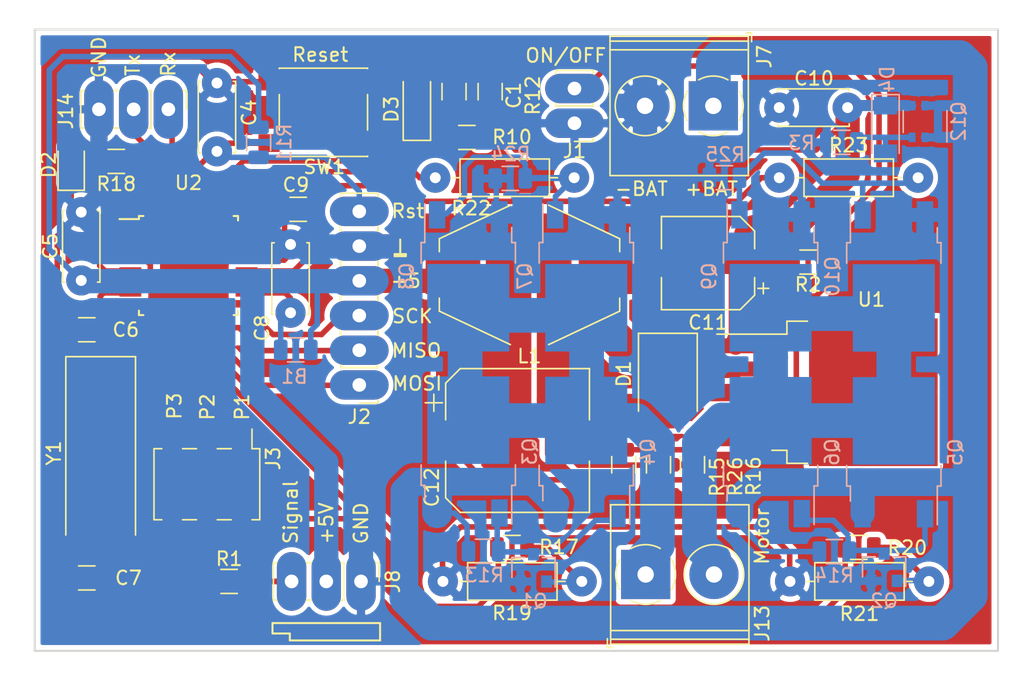
<source format=kicad_pcb>
(kicad_pcb (version 20171130) (host pcbnew "(5.1.4)-1")
  (layers (0 F.Cu signal) (31 B.Cu signal hide) (34 B.Paste user hide) (35 F.Paste user hide) (36 B.SilkS user hide) (37 F.SilkS user) (38 B.Mask user hide) (39 F.Mask user hide) (44 Edge.Cuts user))
  (net 0 "")
  (net 1 +5V)
  (net 2 GND)
  (net 3 V_TEST)
  (net 4 "Net-(C4-Pad1)")
  (net 5 "Net-(C6-Pad1)")
  (net 6 "Net-(C7-Pad1)")
  (net 7 "Net-(D2-Pad2)")
  (net 8 V_BAT)
  (net 9 +12V)
  (net 10 "Net-(J13-Pad1)")
  (net 11 "Net-(J13-Pad2)")
  (net 12 "Net-(J14-Pad1)")
  (net 13 "Net-(J14-Pad2)")
  (net 14 "Net-(R15-Pad1)")
  (net 15 "Net-(R18-Pad1)")
  (net 16 "Net-(U2-Pad2)")
  (net 17 "Net-(B1-Pad2)")
  (net 18 "Net-(C9-Pad1)")
  (net 19 "Net-(U2-Pad22)")
  (net 20 "Net-(U2-Pad19)")
  (net 21 "Net-(U2-Pad27)")
  (net 22 "Net-(U2-Pad32)")
  (net 23 "Net-(U2-Pad23)")
  (net 24 "Net-(U2-Pad28)")
  (net 25 "Net-(D1-Pad1)")
  (net 26 "Net-(Q1-Pad3)")
  (net 27 "Net-(Q1-Pad1)")
  (net 28 "Net-(Q2-Pad3)")
  (net 29 "Net-(Q2-Pad1)")
  (net 30 "Net-(Q7-Pad1)")
  (net 31 "Net-(Q10-Pad1)")
  (net 32 "Net-(J8-Pad3)")
  (net 33 "Net-(D4-Pad2)")
  (net 34 "Net-(J1-Pad2)")
  (net 35 "Net-(J2-Pad1)")
  (net 36 "Net-(J2-Pad2)")
  (net 37 "Net-(J2-Pad3)")
  (net 38 "Net-(J3-Pad5)")
  (net 39 "Net-(J3-Pad3)")
  (net 40 "Net-(J3-Pad1)")
  (net 41 CH1)
  (net 42 DIR_R)
  (net 43 DIR_L)
  (net 44 PULS_L)
  (net 45 PULS_R)
  (module obbo_footprints:R_Axial_DIN0207_L6.3mm_D2.5mm_P10.16mm_Horizontal_PAD (layer F.Cu) (at 242.5954 86.36 180)
    (fp_text reference R21 (at 5.08 -2.37) (layer F.SilkS))
    (fp_text value 22k)
    (pad 2 thru_hole circle (at 10.16 0 180) (size 2.2 2.2) (drill 0.8) (layers *.Cu *.Mask) (net 2 GND))
    (pad 1 thru_hole circle (at 0 0 180) (size 2.2 2.2) (drill 0.8) (layers *.Cu *.Mask) (net 29 "Net-(Q2-Pad1)"))
  )
  (module obbo_footprints:R_Axial_DIN0207_L6.3mm_D2.5mm_P10.16mm_Horizontal_PAD (layer F.Cu) (at 207.0354 86.36)
    (fp_text reference R19 (at 5.0546 2.3114) (layer F.SilkS))
    (fp_text value 22k)
    (pad 2 thru_hole circle (at 10.16 0) (size 2.2 2.2) (drill 0.8) (layers *.Cu *.Mask) (net 27 "Net-(Q1-Pad1)"))
    (pad 1 thru_hole circle (at 0 0) (size 2.2 2.2) (drill 0.8) (layers *.Cu *.Mask) (net 2 GND))
  )
  (module obbo_footprints:C_Disc_D5.0mm_W2.5mm_P5.00mm_PAD (layer F.Cu) (at 195.8848 66.7004 90)
    (fp_text reference C8 (at -1.1176 -2.0828 90) (layer F.SilkS))
    (fp_text value 100n)
    (pad 1 thru_hole circle (at 0 0 90) (size 2.2 2.2) (drill 0.8) (layers *.Cu *.Mask) (net 17 "Net-(B1-Pad2)"))
    (pad 2 thru_hole circle (at 5 0 90) (size 2.2 2.2) (drill 0.8) (layers *.Cu *.Mask) (net 2 GND))
  )
  (module obbo_footprints:C_Disc_D5.0mm_W2.5mm_P5.00mm_PAD (layer F.Cu) (at 180.5686 64.3382 90)
    (fp_text reference C5 (at 2.5 -2.2606 90) (layer F.SilkS))
    (fp_text value 100n)
    (pad 1 thru_hole circle (at 0 0 90) (size 2.2 2.2) (drill 0.8) (layers *.Cu *.Mask) (net 1 +5V))
    (pad 2 thru_hole circle (at 5 0 90) (size 2.2 2.2) (drill 0.8) (layers *.Cu *.Mask) (net 2 GND))
  )
  (module obbo_footprints:C_Disc_D5.0mm_W2.5mm_P5.00mm_PAD (layer F.Cu) (at 190.5 54.8894 90)
    (fp_text reference C4 (at 2.8194 2.3495 90) (layer F.SilkS))
    (fp_text value 100n)
    (pad 1 thru_hole circle (at 0 0 90) (size 2.2 2.2) (drill 0.8) (layers *.Cu *.Mask) (net 4 "Net-(C4-Pad1)"))
    (pad 2 thru_hole circle (at 5 0 90) (size 2.2 2.2) (drill 0.8) (layers *.Cu *.Mask) (net 2 GND))
  )
  (module obbo_footprints:R_Axial_DIN0207_L6.3mm_D2.5mm_P10.16mm_Horizontal_PAD (layer F.Cu) (at 206.4766 56.8198)
    (fp_text reference R22 (at 2.6289 2.2352) (layer F.SilkS))
    (fp_text value 220)
    (pad 2 thru_hole circle (at 10.16 0) (size 2.2 2.2) (drill 0.8) (layers *.Cu *.Mask) (net 30 "Net-(Q7-Pad1)"))
    (pad 1 thru_hole circle (at 0 0) (size 2.2 2.2) (drill 0.8) (layers *.Cu *.Mask) (net 44 PULS_L))
  )
  (module obbo_footprints:R_Axial_DIN0207_L6.3mm_D2.5mm_P10.16mm_Horizontal_PAD (layer F.Cu) (at 231.648 56.8198)
    (fp_text reference R23 (at 5.08 -2.37) (layer F.SilkS))
    (fp_text value 220)
    (pad 2 thru_hole circle (at 10.16 0) (size 2.2 2.2) (drill 0.8) (layers *.Cu *.Mask) (net 31 "Net-(Q10-Pad1)"))
    (pad 1 thru_hole circle (at 0 0) (size 2.2 2.2) (drill 0.8) (layers *.Cu *.Mask) (net 45 PULS_R))
  )
  (module obbo_footprints:C_Disc_D5.0mm_W2.5mm_P5.00mm_PAD (layer F.Cu) (at 236.648 51.689 180)
    (fp_text reference C10 (at 2.46 2.1336) (layer F.SilkS))
    (fp_text value 100n)
    (pad 1 thru_hole circle (at 0 0 180) (size 2.2 2.2) (drill 0.8) (layers *.Cu *.Mask) (net 9 +12V))
    (pad 2 thru_hole circle (at 5 0 180) (size 2.2 2.2) (drill 0.8) (layers *.Cu *.Mask) (net 2 GND))
  )
  (module obbo_footprints:TerminalBlock_Degson_DG128-5.0-02P (layer F.Cu) (at 226.822 51.562 180)
    (fp_text reference J7 (at -3.7338 3.6068 90) (layer F.SilkS))
    (fp_text value "BAT 12V")
    (pad 1 thru_hole rect (at 0 0 180) (size 3.6 3.6) (drill 1.2) (layers *.Cu *.Mask) (net 8 V_BAT))
    (pad 2 thru_hole circle (at 5 0 180) (size 3.6 3.6) (drill 1.2) (layers *.Cu *.Mask) (net 2 GND))
  )
  (module obbo_footprints:TerminalBlock_Degson_DG128-5.0-02P (layer F.Cu) (at 221.869 85.852)
    (fp_text reference J13 (at 8.5344 3.5814 90) (layer F.SilkS))
    (fp_text value MOTOR)
    (pad 1 thru_hole rect (at 0 0) (size 3.6 3.6) (drill 1.2) (layers *.Cu *.Mask) (net 10 "Net-(J13-Pad1)"))
    (pad 2 thru_hole circle (at 5 0) (size 3.6 3.6) (drill 1.2) (layers *.Cu *.Mask) (net 11 "Net-(J13-Pad2)"))
  )
  (module obbo_footprints:L_0805K (layer B.Cu) (at 196.2658 69.4182 180)
    (fp_text reference B1 (at 0.1016 -1.9558) (layer B.SilkS) (effects (justify mirror)))
    (fp_text value bead)
    (pad 2 smd roundrect (at 1.1 0 180) (size 1 1.5) (layers B.Cu B.Paste B.Mask) (roundrect_rratio 0.2) (net 17 "Net-(B1-Pad2)"))
    (pad 1 smd roundrect (at -1.1 0 180) (size 1 1.5) (layers B.Cu B.Paste B.Mask) (roundrect_rratio 0.2) (net 1 +5V))
  )
  (module Button_Switch_SMD:SW_SPST_PTS645 (layer F.Cu) (at 198.29 52.034)
    (fp_text reference SW1 (at 0.0586 3.9984) (layer F.SilkS))
    (fp_text value RESET)
    (pad 2 smd rect (at 3.98 2.25) (size 1.55 1.3) (layers F.Cu F.Paste F.Mask) (net 4 "Net-(C4-Pad1)"))
    (pad 1 smd rect (at 3.98 -2.25) (size 1.55 1.3) (layers F.Cu F.Paste F.Mask) (net 2 GND))
    (pad 1 smd rect (at -3.98 -2.25) (size 1.55 1.3) (layers F.Cu F.Paste F.Mask) (net 2 GND))
    (pad 2 smd rect (at -3.98 2.25) (size 1.55 1.3) (layers F.Cu F.Paste F.Mask) (net 4 "Net-(C4-Pad1)"))
  )
  (module obbo_footprints:L_SMD_Ferrite_X13mm_Y10mm_H5mm_HandSoldering (layer F.Cu) (at 213.372 63.9318 180)
    (fp_text reference L1 (at 0.012 -5.9436) (layer F.SilkS))
    (fp_text value 100uH)
    (pad 1 smd rect (at -5.6 0 180) (size 4 2.8) (layers F.Cu F.Paste F.Mask) (net 25 "Net-(D1-Pad1)"))
    (pad 2 smd rect (at 5.6 0 180) (size 4 2.8) (layers F.Cu F.Paste F.Mask) (net 1 +5V))
  )
  (module Connector_PinHeader_2.54mm:PinHeader_2x03_P2.54mm_Vertical_SMD (layer F.Cu) (at 189.7634 79.248 270)
    (fp_text reference J3 (at -1.8796 -4.8514 90) (layer F.SilkS))
    (fp_text value Conn_02x03_Odd_Even)
    (pad 6 smd rect (at 2.525 2.54 270) (size 3.15 1) (layers F.Cu F.Paste F.Mask) (net 2 GND))
    (pad 5 smd rect (at -2.525 2.54 270) (size 3.15 1) (layers F.Cu F.Paste F.Mask) (net 38 "Net-(J3-Pad5)"))
    (pad 4 smd rect (at 2.525 0 270) (size 3.15 1) (layers F.Cu F.Paste F.Mask) (net 2 GND))
    (pad 3 smd rect (at -2.525 0 270) (size 3.15 1) (layers F.Cu F.Paste F.Mask) (net 39 "Net-(J3-Pad3)"))
    (pad 2 smd rect (at 2.525 -2.54 270) (size 3.15 1) (layers F.Cu F.Paste F.Mask) (net 2 GND))
    (pad 1 smd rect (at -2.525 -2.54 270) (size 3.15 1) (layers F.Cu F.Paste F.Mask) (net 40 "Net-(J3-Pad1)"))
  )
  (module obbo_footprints:PinHeader_1x06_P2.54mm_Vertical_PAD (layer F.Cu) (at 200.913999 71.983603 180)
    (fp_text reference J2 (at 0 -2.33) (layer F.SilkS))
    (fp_text value Conn_01x06)
    (pad 1 thru_hole oval (at 0 0 180) (size 4.3 2.15) (drill 1) (layers *.Cu *.Mask) (net 35 "Net-(J2-Pad1)"))
    (pad 2 thru_hole oval (at 0 2.54 180) (size 4.3 2.15) (drill 1) (layers *.Cu *.Mask) (net 36 "Net-(J2-Pad2)"))
    (pad 3 thru_hole oval (at 0 5.08 180) (size 4.3 2.15) (drill 1) (layers *.Cu *.Mask) (net 37 "Net-(J2-Pad3)"))
    (pad 4 thru_hole oval (at 0 7.62 180) (size 4.3 2.15) (drill 1) (layers *.Cu *.Mask) (net 1 +5V))
    (pad 5 thru_hole oval (at 0 10.16 180) (size 4.3 2.15) (drill 1) (layers *.Cu *.Mask) (net 2 GND))
    (pad 6 thru_hole oval (at 0 12.7 180) (size 4.3 2.15) (drill 1) (layers *.Cu *.Mask) (net 4 "Net-(C4-Pad1)"))
  )
  (module obbo_footprints:R_0805K (layer F.Cu) (at 233.7562 62.992 180)
    (fp_text reference R2 (at 0 -1.65) (layer F.SilkS))
    (fp_text value 10k)
    (pad 2 smd roundrect (at 1.1 0 180) (size 1 1.5) (layers F.Cu F.Paste F.Mask) (roundrect_rratio 0.2) (net 9 +12V))
    (pad 1 smd roundrect (at -1.1 0 180) (size 1 1.5) (layers F.Cu F.Paste F.Mask) (roundrect_rratio 0.2) (net 34 "Net-(J1-Pad2)"))
  )
  (module obbo_footprints:PinHeader_1x02_P2.54mm_Vertical_PAD (layer F.Cu) (at 216.662 52.832 180)
    (fp_text reference J1 (at 0 -2.032) (layer F.SilkS))
    (fp_text value ON/OFF)
    (pad 2 thru_hole oval (at 0 2.54 180) (size 4.3 2.15) (drill 1) (layers *.Cu *.Mask) (net 34 "Net-(J1-Pad2)"))
    (pad 1 thru_hole oval (at 0 0 180) (size 4.3 2.15) (drill 1) (layers *.Cu *.Mask) (net 2 GND))
  )
  (module obbo_footprints:R_0805K (layer B.Cu) (at 236.22 54.229)
    (fp_text reference R3 (at -2.9464 0.0508) (layer B.SilkS) (effects (justify mirror)))
    (fp_text value 10k)
    (pad 2 smd roundrect (at 1.1 0) (size 1 1.5) (layers B.Cu B.Paste B.Mask) (roundrect_rratio 0.2) (net 33 "Net-(D4-Pad2)"))
    (pad 1 smd roundrect (at -1.1 0) (size 1 1.5) (layers B.Cu B.Paste B.Mask) (roundrect_rratio 0.2) (net 2 GND))
  )
  (module Package_SO:TSOP-6_1.65x3.05mm_P0.95mm (layer B.Cu) (at 242.316 52.705 90)
    (fp_text reference Q12 (at 0 2.45 90) (layer B.SilkS) (effects (justify mirror)))
    (fp_text value AO6401A)
    (pad 6 smd rect (at 1.16 0.95 90) (size 0.7 0.51) (layers B.Cu B.Paste B.Mask) (net 8 V_BAT))
    (pad 5 smd rect (at 1.16 0 90) (size 0.7 0.51) (layers B.Cu B.Paste B.Mask) (net 8 V_BAT))
    (pad 4 smd rect (at 1.16 -0.95 90) (size 0.7 0.51) (layers B.Cu B.Paste B.Mask) (net 9 +12V))
    (pad 3 smd rect (at -1.16 -0.95 90) (size 0.7 0.51) (layers B.Cu B.Paste B.Mask) (net 33 "Net-(D4-Pad2)"))
    (pad 2 smd rect (at -1.16 0 90) (size 0.7 0.51) (layers B.Cu B.Paste B.Mask) (net 8 V_BAT))
    (pad 1 smd rect (at -1.16 0.95 90) (size 0.7 0.51) (layers B.Cu B.Paste B.Mask) (net 8 V_BAT))
  )
  (module Diode_SMD:D_MiniMELF (layer B.Cu) (at 239.4204 53.2892 270)
    (fp_text reference D4 (at -3.683 -0.127 90) (layer B.SilkS) (effects (justify mirror)))
    (fp_text value 8v2)
    (pad 2 smd rect (at 1.75 0 270) (size 1.3 1.7) (layers B.Cu B.Paste B.Mask) (net 33 "Net-(D4-Pad2)"))
    (pad 1 smd rect (at -1.75 0 270) (size 1.3 1.7) (layers B.Cu B.Paste B.Mask) (net 9 +12V))
  )
  (module Diode_SMD:D_MiniMELF (layer F.Cu) (at 205.1304 51.5366 90)
    (fp_text reference D3 (at -0.2794 -1.8669 90) (layer F.SilkS))
    (fp_text value 4V7)
    (pad 2 smd rect (at 1.75 0 90) (size 1.3 1.7) (layers F.Cu F.Paste F.Mask) (net 2 GND))
    (pad 1 smd rect (at -1.75 0 90) (size 1.3 1.7) (layers F.Cu F.Paste F.Mask) (net 3 V_TEST))
  )
  (module LED_SMD:LED_0805_2012Metric_Pad1.15x1.40mm_HandSolder (layer F.Cu) (at 179.832 55.88 90)
    (fp_text reference D2 (at 0 -1.65 90) (layer F.SilkS))
    (fp_text value LED)
    (pad 2 smd roundrect (at 1.025 0 90) (size 1.15 1.4) (layers F.Cu F.Paste F.Mask) (roundrect_rratio 0.217391) (net 7 "Net-(D2-Pad2)"))
    (pad 1 smd roundrect (at -1.025 0 90) (size 1.15 1.4) (layers F.Cu F.Paste F.Mask) (roundrect_rratio 0.217391) (net 2 GND))
  )
  (module obbo_footprints:TO-252-2-DPAK (layer B.Cu) (at 240.03 64.0448 270)
    (fp_text reference Q10 (at 0 4.5 90) (layer B.SilkS) (effects (justify mirror)))
    (fp_text value AOD240)
    (pad 2 smd rect (at 2.3 0 270) (size 6.4 6) (layers B.Cu B.Mask) (net 11 "Net-(J13-Pad2)"))
    (pad 3 smd rect (at -4.5 -2.28 270) (size 2 1.2) (layers B.Cu B.Paste B.Mask) (net 2 GND))
    (pad 1 smd rect (at -4.5 2.28 270) (size 2 1.2) (layers B.Cu B.Paste B.Mask) (net 31 "Net-(Q10-Pad1)"))
  )
  (module obbo_footprints:TO-252-2-DPAK (layer B.Cu) (at 231.013 64.0334 270)
    (fp_text reference Q9 (at 0 4.5 90) (layer B.SilkS) (effects (justify mirror)))
    (fp_text value AOD240)
    (pad 2 smd rect (at 2.3 0 270) (size 6.4 6) (layers B.Cu B.Mask) (net 11 "Net-(J13-Pad2)"))
    (pad 3 smd rect (at -4.5 -2.28 270) (size 2 1.2) (layers B.Cu B.Paste B.Mask) (net 2 GND))
    (pad 1 smd rect (at -4.5 2.28 270) (size 2 1.2) (layers B.Cu B.Paste B.Mask) (net 31 "Net-(Q10-Pad1)"))
  )
  (module obbo_footprints:TO-252-2-DPAK (layer B.Cu) (at 208.8896 64.0334 270)
    (fp_text reference Q8 (at 0 4.5 90) (layer B.SilkS) (effects (justify mirror)))
    (fp_text value AOD240)
    (pad 2 smd rect (at 2.3 0 270) (size 6.4 6) (layers B.Cu B.Mask) (net 10 "Net-(J13-Pad1)"))
    (pad 3 smd rect (at -4.5 -2.28 270) (size 2 1.2) (layers B.Cu B.Paste B.Mask) (net 2 GND))
    (pad 1 smd rect (at -4.5 2.28 270) (size 2 1.2) (layers B.Cu B.Paste B.Mask) (net 30 "Net-(Q7-Pad1)"))
  )
  (module obbo_footprints:TO-252-2-DPAK (layer B.Cu) (at 217.5256 64.0334 270)
    (fp_text reference Q7 (at 0 4.5 90) (layer B.SilkS) (effects (justify mirror)))
    (fp_text value AOD240)
    (pad 2 smd rect (at 2.3 0 270) (size 6.4 6) (layers B.Cu B.Mask) (net 10 "Net-(J13-Pad1)"))
    (pad 3 smd rect (at -4.5 -2.28 270) (size 2 1.2) (layers B.Cu B.Paste B.Mask) (net 2 GND))
    (pad 1 smd rect (at -4.5 2.28 270) (size 2 1.2) (layers B.Cu B.Paste B.Mask) (net 30 "Net-(Q7-Pad1)"))
  )
  (module obbo_footprints:TO-252-2-DPAK (layer B.Cu) (at 231.013 76.8998 90)
    (fp_text reference Q6 (at 0 4.5 90) (layer B.SilkS) (effects (justify mirror)))
    (fp_text value AOD403)
    (pad 2 smd rect (at 2.3 0 90) (size 6.4 6) (layers B.Cu B.Mask) (net 11 "Net-(J13-Pad2)"))
    (pad 3 smd rect (at -4.5 -2.28 90) (size 2 1.2) (layers B.Cu B.Paste B.Mask) (net 8 V_BAT))
    (pad 1 smd rect (at -4.5 2.28 90) (size 2 1.2) (layers B.Cu B.Paste B.Mask) (net 28 "Net-(Q2-Pad3)"))
  )
  (module obbo_footprints:TO-252-2-DPAK (layer B.Cu) (at 240.03 76.9112 90)
    (fp_text reference Q5 (at 0 4.5 90) (layer B.SilkS) (effects (justify mirror)))
    (fp_text value AOD403)
    (pad 2 smd rect (at 2.3 0 90) (size 6.4 6) (layers B.Cu B.Mask) (net 11 "Net-(J13-Pad2)"))
    (pad 3 smd rect (at -4.5 -2.28 90) (size 2 1.2) (layers B.Cu B.Paste B.Mask) (net 8 V_BAT))
    (pad 1 smd rect (at -4.5 2.28 90) (size 2 1.2) (layers B.Cu B.Paste B.Mask) (net 28 "Net-(Q2-Pad3)"))
  )
  (module obbo_footprints:TO-252-2-DPAK (layer B.Cu) (at 217.5256 76.8858 90)
    (fp_text reference Q4 (at 0 4.5 90) (layer B.SilkS) (effects (justify mirror)))
    (fp_text value AOD403)
    (pad 2 smd rect (at 2.3 0 90) (size 6.4 6) (layers B.Cu B.Mask) (net 10 "Net-(J13-Pad1)"))
    (pad 3 smd rect (at -4.5 -2.28 90) (size 2 1.2) (layers B.Cu B.Paste B.Mask) (net 8 V_BAT))
    (pad 1 smd rect (at -4.5 2.28 90) (size 2 1.2) (layers B.Cu B.Paste B.Mask) (net 26 "Net-(Q1-Pad3)"))
  )
  (module obbo_footprints:TO-252-2-DPAK (layer B.Cu) (at 208.8896 76.8604 90)
    (fp_text reference Q3 (at 0 4.5 90) (layer B.SilkS) (effects (justify mirror)))
    (fp_text value AOD403)
    (pad 2 smd rect (at 2.3 0 90) (size 6.4 6) (layers B.Cu B.Mask) (net 10 "Net-(J13-Pad1)"))
    (pad 3 smd rect (at -4.5 -2.28 90) (size 2 1.2) (layers B.Cu B.Paste B.Mask) (net 8 V_BAT))
    (pad 1 smd rect (at -4.5 2.28 90) (size 2 1.2) (layers B.Cu B.Paste B.Mask) (net 26 "Net-(Q1-Pad3)"))
  )
  (module obbo_footprints:PinHeader_1x03_P2.54mm_Vertical_PAD (layer F.Cu) (at 186.944 51.816 270)
    (fp_text reference J14 (at 0.127 7.493 90) (layer F.SilkS))
    (fp_text value Serial)
    (pad 1 thru_hole oval (at 0 0 270) (size 4.3 2.15) (drill 1) (layers *.Cu *.Mask) (net 12 "Net-(J14-Pad1)"))
    (pad 2 thru_hole oval (at 0 2.54 270) (size 4.3 2.15) (drill 1) (layers *.Cu *.Mask) (net 13 "Net-(J14-Pad2)"))
    (pad 3 thru_hole oval (at 0 5.08 270) (size 4.3 2.15) (drill 1) (layers *.Cu *.Mask) (net 2 GND))
  )
  (module obbo_footprints:PinHeader_1x03_P2.54mm_Vertical_PAD (layer F.Cu) (at 201.041 86.36 270)
    (fp_text reference J8 (at 0 -2.33 90) (layer F.SilkS))
    (fp_text value CH1)
    (pad 1 thru_hole oval (at 0 0 270) (size 4.3 2.15) (drill 1) (layers *.Cu *.Mask) (net 2 GND))
    (pad 2 thru_hole oval (at 0 2.54 270) (size 4.3 2.15) (drill 1) (layers *.Cu *.Mask) (net 1 +5V))
    (pad 3 thru_hole oval (at 0 5.08 270) (size 4.3 2.15) (drill 1) (layers *.Cu *.Mask) (net 32 "Net-(J8-Pad3)"))
  )
  (module Package_TO_SOT_SMD:SOT-23 (layer B.Cu) (at 239.3188 85.3186 90)
    (fp_text reference Q2 (at -2.4638 0) (layer B.SilkS) (effects (justify mirror)))
    (fp_text value BSS138)
    (pad 3 smd rect (at 1 0 90) (size 0.9 0.8) (layers B.Cu B.Paste B.Mask) (net 28 "Net-(Q2-Pad3)"))
    (pad 2 smd rect (at -1 -0.95 90) (size 0.9 0.8) (layers B.Cu B.Paste B.Mask) (net 2 GND))
    (pad 1 smd rect (at -1 0.95 90) (size 0.9 0.8) (layers B.Cu B.Paste B.Mask) (net 29 "Net-(Q2-Pad1)"))
  )
  (module Package_TO_SOT_SMD:SOT-23 (layer B.Cu) (at 213.6648 85.3694 90)
    (fp_text reference Q1 (at -2.4384 0.0254) (layer B.SilkS) (effects (justify mirror)))
    (fp_text value BSS138)
    (pad 3 smd rect (at 1 0 90) (size 0.9 0.8) (layers B.Cu B.Paste B.Mask) (net 26 "Net-(Q1-Pad3)"))
    (pad 2 smd rect (at -1 -0.95 90) (size 0.9 0.8) (layers B.Cu B.Paste B.Mask) (net 2 GND))
    (pad 1 smd rect (at -1 0.95 90) (size 0.9 0.8) (layers B.Cu B.Paste B.Mask) (net 27 "Net-(Q1-Pad1)"))
  )
  (module obbo_footprints:Crystal_SMD_HC49-SD_HandSoldering (layer F.Cu) (at 181.991 77.0636 270)
    (fp_text reference Y1 (at -0.1016 3.429 90) (layer F.SilkS))
    (fp_text value 16MHz)
    (pad 1 smd rect (at -4.5 0 270) (size 5 2) (layers F.Cu F.Paste F.Mask) (net 5 "Net-(C6-Pad1)"))
    (pad 2 smd rect (at 4.5 0 270) (size 5 2) (layers F.Cu F.Paste F.Mask) (net 6 "Net-(C7-Pad1)"))
  )
  (module Capacitor_SMD:CP_Elec_10x10 (layer F.Cu) (at 212.4964 76.0476)
    (fp_text reference C12 (at -6.2738 3.429 270) (layer F.SilkS))
    (fp_text value 1000u/10V)
    (pad 2 smd roundrect (at 4 0) (size 4 2.5) (layers F.Cu F.Paste F.Mask) (roundrect_rratio 0.1) (net 2 GND))
    (pad 1 smd roundrect (at -4 0) (size 4 2.5) (layers F.Cu F.Paste F.Mask) (roundrect_rratio 0.1) (net 1 +5V))
  )
  (module Capacitor_SMD:CP_Elec_6.3x5.9 (layer F.Cu) (at 226.435 63.0682 180)
    (fp_text reference C11 (at 0 -4.35) (layer F.SilkS))
    (fp_text value 100u/35V)
    (pad 2 smd roundrect (at 2.8 0 180) (size 3.5 1.6) (layers F.Cu F.Paste F.Mask) (roundrect_rratio 0.15625) (net 2 GND))
    (pad 1 smd roundrect (at -2.8 0 180) (size 3.5 1.6) (layers F.Cu F.Paste F.Mask) (roundrect_rratio 0.15625) (net 9 +12V))
  )
  (module Diode_SMD:D_SMB (layer F.Cu) (at 223.4946 71.755 270)
    (fp_text reference D1 (at -0.5842 3.2258 90) (layer F.SilkS))
    (fp_text value B340)
    (pad 2 smd rect (at 2.15 0 270) (size 2.5 2.3) (layers F.Cu F.Paste F.Mask) (net 2 GND))
    (pad 1 smd rect (at -2.15 0 270) (size 2.5 2.3) (layers F.Cu F.Paste F.Mask) (net 25 "Net-(D1-Pad1)"))
  )
  (module obbo_footprints:R_0805K (layer F.Cu) (at 222.8088 77.8256 90)
    (fp_text reference R26 (at -0.8636 5.6134 270) (layer F.SilkS))
    (fp_text value 3k3)
    (pad 2 smd roundrect (at 1.1 0 90) (size 1 1.5) (layers F.Cu F.Paste F.Mask) (roundrect_rratio 0.2) (net 14 "Net-(R15-Pad1)"))
    (pad 1 smd roundrect (at -1.1 0 90) (size 1 1.5) (layers F.Cu F.Paste F.Mask) (roundrect_rratio 0.2) (net 2 GND))
  )
  (module obbo_footprints:R_0805K (layer B.Cu) (at 227.6348 56.8198)
    (fp_text reference R25 (at 0.0508 -1.7018) (layer B.SilkS) (effects (justify mirror)))
    (fp_text value 22k)
    (pad 2 smd roundrect (at 1.1 0) (size 1 1.5) (layers B.Cu B.Paste B.Mask) (roundrect_rratio 0.2) (net 31 "Net-(Q10-Pad1)"))
    (pad 1 smd roundrect (at -1.1 0) (size 1 1.5) (layers B.Cu B.Paste B.Mask) (roundrect_rratio 0.2) (net 2 GND))
  )
  (module obbo_footprints:R_0805K (layer B.Cu) (at 211.963 56.8706)
    (fp_text reference R24 (at 0.0254 -1.778) (layer B.SilkS) (effects (justify mirror)))
    (fp_text value 22k)
    (pad 2 smd roundrect (at 1.1 0) (size 1 1.5) (layers B.Cu B.Paste B.Mask) (roundrect_rratio 0.2) (net 30 "Net-(Q7-Pad1)"))
    (pad 1 smd roundrect (at -1.1 0) (size 1 1.5) (layers B.Cu B.Paste B.Mask) (roundrect_rratio 0.2) (net 2 GND))
  )
  (module obbo_footprints:R_0805K (layer F.Cu) (at 237.4646 83.8708 180)
    (fp_text reference R20 (at -3.556 -0.0254) (layer F.SilkS))
    (fp_text value 220)
    (pad 2 smd roundrect (at 1.1 0 180) (size 1 1.5) (layers F.Cu F.Paste F.Mask) (roundrect_rratio 0.2) (net 43 DIR_L))
    (pad 1 smd roundrect (at -1.1 0 180) (size 1 1.5) (layers F.Cu F.Paste F.Mask) (roundrect_rratio 0.2) (net 29 "Net-(Q2-Pad1)"))
  )
  (module obbo_footprints:R_0805K (layer F.Cu) (at 183.134 55.626 180)
    (fp_text reference R18 (at 0 -1.65) (layer F.SilkS))
    (fp_text value 330)
    (pad 2 smd roundrect (at 1.1 0 180) (size 1 1.5) (layers F.Cu F.Paste F.Mask) (roundrect_rratio 0.2) (net 7 "Net-(D2-Pad2)"))
    (pad 1 smd roundrect (at -1.1 0 180) (size 1 1.5) (layers F.Cu F.Paste F.Mask) (roundrect_rratio 0.2) (net 15 "Net-(R18-Pad1)"))
  )
  (module obbo_footprints:R_0805K (layer F.Cu) (at 212.09 83.8708 180)
    (fp_text reference R17 (at -3.429 0.0254) (layer F.SilkS))
    (fp_text value 220)
    (pad 2 smd roundrect (at 1.1 0 180) (size 1 1.5) (layers F.Cu F.Paste F.Mask) (roundrect_rratio 0.2) (net 42 DIR_R))
    (pad 1 smd roundrect (at -1.1 0 180) (size 1 1.5) (layers F.Cu F.Paste F.Mask) (roundrect_rratio 0.2) (net 27 "Net-(Q1-Pad1)"))
  )
  (module obbo_footprints:R_0805K (layer F.Cu) (at 225.298 77.8256 270)
    (fp_text reference R16 (at 0.8382 -4.4704 90) (layer F.SilkS))
    (fp_text value 100k*)
    (pad 2 smd roundrect (at 1.1 0 270) (size 1 1.5) (layers F.Cu F.Paste F.Mask) (roundrect_rratio 0.2) (net 2 GND))
    (pad 1 smd roundrect (at -1.1 0 270) (size 1 1.5) (layers F.Cu F.Paste F.Mask) (roundrect_rratio 0.2) (net 14 "Net-(R15-Pad1)"))
  )
  (module obbo_footprints:R_0805K (layer F.Cu) (at 220.2688 77.8256 270)
    (fp_text reference R15 (at 0.889 -6.8326 90) (layer F.SilkS))
    (fp_text value 10k)
    (pad 2 smd roundrect (at 1.1 0 270) (size 1 1.5) (layers F.Cu F.Paste F.Mask) (roundrect_rratio 0.2) (net 1 +5V))
    (pad 1 smd roundrect (at -1.1 0 270) (size 1 1.5) (layers F.Cu F.Paste F.Mask) (roundrect_rratio 0.2) (net 14 "Net-(R15-Pad1)"))
  )
  (module obbo_footprints:R_0805K (layer B.Cu) (at 235.6866 84.1756 180)
    (fp_text reference R14 (at 0.0254 -1.7526) (layer B.SilkS) (effects (justify mirror)))
    (fp_text value 22k)
    (pad 2 smd roundrect (at 1.1 0 180) (size 1 1.5) (layers B.Cu B.Paste B.Mask) (roundrect_rratio 0.2) (net 8 V_BAT))
    (pad 1 smd roundrect (at -1.1 0 180) (size 1 1.5) (layers B.Cu B.Paste B.Mask) (roundrect_rratio 0.2) (net 28 "Net-(Q2-Pad3)"))
  )
  (module obbo_footprints:R_0805K (layer B.Cu) (at 210.0072 84.1502 180)
    (fp_text reference R13 (at -0.0508 -1.7526) (layer B.SilkS) (effects (justify mirror)))
    (fp_text value 22k)
    (pad 2 smd roundrect (at 1.1 0 180) (size 1 1.5) (layers B.Cu B.Paste B.Mask) (roundrect_rratio 0.2) (net 8 V_BAT))
    (pad 1 smd roundrect (at -1.1 0 180) (size 1 1.5) (layers B.Cu B.Paste B.Mask) (roundrect_rratio 0.2) (net 26 "Net-(Q1-Pad3)"))
  )
  (module obbo_footprints:R_0805K (layer F.Cu) (at 210.4898 50.5206 90)
    (fp_text reference R12 (at -0.2794 3.1242 90) (layer F.SilkS))
    (fp_text value 4k7)
    (pad 2 smd roundrect (at 1.1 0 90) (size 1 1.5) (layers F.Cu F.Paste F.Mask) (roundrect_rratio 0.2) (net 2 GND))
    (pad 1 smd roundrect (at -1.1 0 90) (size 1 1.5) (layers F.Cu F.Paste F.Mask) (roundrect_rratio 0.2) (net 3 V_TEST))
  )
  (module obbo_footprints:R_0805K (layer B.Cu) (at 193.548 54.229 270)
    (fp_text reference R11 (at 0.0762 -1.8796 90) (layer B.SilkS) (effects (justify mirror)))
    (fp_text value 10k)
    (pad 2 smd roundrect (at 1.1 0 270) (size 1 1.5) (layers B.Cu B.Paste B.Mask) (roundrect_rratio 0.2) (net 4 "Net-(C4-Pad1)"))
    (pad 1 smd roundrect (at -1.1 0 270) (size 1 1.5) (layers B.Cu B.Paste B.Mask) (roundrect_rratio 0.2) (net 1 +5V))
  )
  (module obbo_footprints:R_0805K (layer F.Cu) (at 208.788 53.8734 180)
    (fp_text reference R10 (at -3.302 0.0254) (layer F.SilkS))
    (fp_text value 22k*)
    (pad 2 smd roundrect (at 1.1 0 180) (size 1 1.5) (layers F.Cu F.Paste F.Mask) (roundrect_rratio 0.2) (net 3 V_TEST))
    (pad 1 smd roundrect (at -1.1 0 180) (size 1 1.5) (layers F.Cu F.Paste F.Mask) (roundrect_rratio 0.2) (net 9 +12V))
  )
  (module obbo_footprints:R_0805K (layer F.Cu) (at 191.389 86.36)
    (fp_text reference R1 (at 0 -1.65) (layer F.SilkS))
    (fp_text value 330)
    (pad 2 smd roundrect (at 1.1 0) (size 1 1.5) (layers F.Cu F.Paste F.Mask) (roundrect_rratio 0.2) (net 32 "Net-(J8-Pad3)"))
    (pad 1 smd roundrect (at -1.1 0) (size 1 1.5) (layers F.Cu F.Paste F.Mask) (roundrect_rratio 0.2) (net 41 CH1))
  )
  (module obbo_footprints:C_0805K (layer F.Cu) (at 196.4436 59.1312 180)
    (fp_text reference C9 (at 0.1651 1.7907) (layer F.SilkS))
    (fp_text value 100n)
    (pad 2 smd roundrect (at 1.1 0 180) (size 1 1.5) (layers F.Cu F.Paste F.Mask) (roundrect_rratio 0.2) (net 2 GND))
    (pad 1 smd roundrect (at -1.1 0 180) (size 1 1.5) (layers F.Cu F.Paste F.Mask) (roundrect_rratio 0.2) (net 18 "Net-(C9-Pad1)"))
  )
  (module obbo_footprints:C_0805K (layer F.Cu) (at 180.975 86.106 180)
    (fp_text reference C7 (at -3.048 0) (layer F.SilkS))
    (fp_text value 15p)
    (pad 2 smd roundrect (at 1.1 0 180) (size 1 1.5) (layers F.Cu F.Paste F.Mask) (roundrect_rratio 0.2) (net 2 GND))
    (pad 1 smd roundrect (at -1.1 0 180) (size 1 1.5) (layers F.Cu F.Paste F.Mask) (roundrect_rratio 0.2) (net 6 "Net-(C7-Pad1)"))
  )
  (module obbo_footprints:C_0805K (layer F.Cu) (at 180.975 67.945 180)
    (fp_text reference C6 (at -2.8575 0) (layer F.SilkS))
    (fp_text value 15p)
    (pad 2 smd roundrect (at 1.1 0 180) (size 1 1.5) (layers F.Cu F.Paste F.Mask) (roundrect_rratio 0.2) (net 2 GND))
    (pad 1 smd roundrect (at -1.1 0 180) (size 1 1.5) (layers F.Cu F.Paste F.Mask) (roundrect_rratio 0.2) (net 5 "Net-(C6-Pad1)"))
  )
  (module obbo_footprints:C_0805K (layer F.Cu) (at 207.8482 50.5206 90)
    (fp_text reference C1 (at -0.2794 4.3688 90) (layer F.SilkS))
    (fp_text value 100n)
    (pad 2 smd roundrect (at 1.1 0 90) (size 1 1.5) (layers F.Cu F.Paste F.Mask) (roundrect_rratio 0.2) (net 2 GND))
    (pad 1 smd roundrect (at -1.1 0 90) (size 1 1.5) (layers F.Cu F.Paste F.Mask) (roundrect_rratio 0.2) (net 3 V_TEST))
  )
  (module Housings_QFP:TQFP-32_7x7mm_Pitch0.8mm (layer F.Cu) (at 188.4172 63.246)
    (fp_text reference U2 (at 0 -6.05) (layer F.SilkS))
    (fp_text value ATmega8-16AU)
    (pad 1 smd rect (at -4.25 -2.8) (size 1.6 0.55) (layers F.Cu F.Paste F.Mask) (net 15 "Net-(R18-Pad1)"))
    (pad 2 smd rect (at -4.25 -2) (size 1.6 0.55) (layers F.Cu F.Paste F.Mask) (net 16 "Net-(U2-Pad2)"))
    (pad 3 smd rect (at -4.25 -1.2) (size 1.6 0.55) (layers F.Cu F.Paste F.Mask) (net 2 GND))
    (pad 4 smd rect (at -4.25 -0.4) (size 1.6 0.55) (layers F.Cu F.Paste F.Mask) (net 1 +5V))
    (pad 5 smd rect (at -4.25 0.4) (size 1.6 0.55) (layers F.Cu F.Paste F.Mask) (net 2 GND))
    (pad 6 smd rect (at -4.25 1.2) (size 1.6 0.55) (layers F.Cu F.Paste F.Mask) (net 1 +5V))
    (pad 7 smd rect (at -4.25 2) (size 1.6 0.55) (layers F.Cu F.Paste F.Mask) (net 5 "Net-(C6-Pad1)"))
    (pad 8 smd rect (at -4.25 2.8) (size 1.6 0.55) (layers F.Cu F.Paste F.Mask) (net 6 "Net-(C7-Pad1)"))
    (pad 9 smd rect (at -2.8 4.25 90) (size 1.6 0.55) (layers F.Cu F.Paste F.Mask) (net 41 CH1))
    (pad 10 smd rect (at -2 4.25 90) (size 1.6 0.55) (layers F.Cu F.Paste F.Mask) (net 38 "Net-(J3-Pad5)"))
    (pad 11 smd rect (at -1.2 4.25 90) (size 1.6 0.55) (layers F.Cu F.Paste F.Mask) (net 39 "Net-(J3-Pad3)"))
    (pad 12 smd rect (at -0.4 4.25 90) (size 1.6 0.55) (layers F.Cu F.Paste F.Mask) (net 40 "Net-(J3-Pad1)"))
    (pad 13 smd rect (at 0.4 4.25 90) (size 1.6 0.55) (layers F.Cu F.Paste F.Mask) (net 43 DIR_L))
    (pad 14 smd rect (at 1.2 4.25 90) (size 1.6 0.55) (layers F.Cu F.Paste F.Mask) (net 42 DIR_R))
    (pad 15 smd rect (at 2 4.25 90) (size 1.6 0.55) (layers F.Cu F.Paste F.Mask) (net 35 "Net-(J2-Pad1)"))
    (pad 16 smd rect (at 2.8 4.25 90) (size 1.6 0.55) (layers F.Cu F.Paste F.Mask) (net 36 "Net-(J2-Pad2)"))
    (pad 17 smd rect (at 4.25 2.8) (size 1.6 0.55) (layers F.Cu F.Paste F.Mask) (net 37 "Net-(J2-Pad3)"))
    (pad 18 smd rect (at 4.25 2) (size 1.6 0.55) (layers F.Cu F.Paste F.Mask) (net 17 "Net-(B1-Pad2)"))
    (pad 19 smd rect (at 4.25 1.2) (size 1.6 0.55) (layers F.Cu F.Paste F.Mask) (net 20 "Net-(U2-Pad19)"))
    (pad 20 smd rect (at 4.25 0.4) (size 1.6 0.55) (layers F.Cu F.Paste F.Mask) (net 18 "Net-(C9-Pad1)"))
    (pad 21 smd rect (at 4.25 -0.4) (size 1.6 0.55) (layers F.Cu F.Paste F.Mask) (net 2 GND))
    (pad 22 smd rect (at 4.25 -1.2) (size 1.6 0.55) (layers F.Cu F.Paste F.Mask) (net 19 "Net-(U2-Pad22)"))
    (pad 23 smd rect (at 4.25 -2) (size 1.6 0.55) (layers F.Cu F.Paste F.Mask) (net 23 "Net-(U2-Pad23)"))
    (pad 24 smd rect (at 4.25 -2.8) (size 1.6 0.55) (layers F.Cu F.Paste F.Mask) (net 45 PULS_R))
    (pad 25 smd rect (at 2.8 -4.25 90) (size 1.6 0.55) (layers F.Cu F.Paste F.Mask) (net 44 PULS_L))
    (pad 26 smd rect (at 2 -4.25 90) (size 1.6 0.55) (layers F.Cu F.Paste F.Mask) (net 3 V_TEST))
    (pad 27 smd rect (at 1.2 -4.25 90) (size 1.6 0.55) (layers F.Cu F.Paste F.Mask) (net 21 "Net-(U2-Pad27)"))
    (pad 28 smd rect (at 0.4 -4.25 90) (size 1.6 0.55) (layers F.Cu F.Paste F.Mask) (net 24 "Net-(U2-Pad28)"))
    (pad 29 smd rect (at -0.4 -4.25 90) (size 1.6 0.55) (layers F.Cu F.Paste F.Mask) (net 4 "Net-(C4-Pad1)"))
    (pad 30 smd rect (at -1.2 -4.25 90) (size 1.6 0.55) (layers F.Cu F.Paste F.Mask) (net 12 "Net-(J14-Pad1)"))
    (pad 31 smd rect (at -2 -4.25 90) (size 1.6 0.55) (layers F.Cu F.Paste F.Mask) (net 13 "Net-(J14-Pad2)"))
    (pad 32 smd rect (at -2.8 -4.25 90) (size 1.6 0.55) (layers F.Cu F.Paste F.Mask) (net 22 "Net-(U2-Pad32)"))
  )
  (module TO_SOT_Packages_SMD:TO-263-5_TabPin6 (layer F.Cu) (at 235.1564 72.517)
    (fp_text reference U1 (at 3.2258 -6.7818) (layer F.SilkS))
    (fp_text value LM2576HVS-5)
    (pad 1 smd rect (at -5.775 -3.4) (size 4.6 1.1) (layers F.Cu F.Paste F.Mask) (net 9 +12V))
    (pad 2 smd rect (at -5.775 -1.7) (size 4.6 1.1) (layers F.Cu F.Paste F.Mask) (net 25 "Net-(D1-Pad1)"))
    (pad 3 smd rect (at -5.775 0) (size 4.6 1.1) (layers F.Cu F.Paste F.Mask) (net 2 GND))
    (pad 4 smd rect (at -5.775 1.7) (size 4.6 1.1) (layers F.Cu F.Paste F.Mask) (net 14 "Net-(R15-Pad1)"))
    (pad 5 smd rect (at -5.775 3.4) (size 4.6 1.1) (layers F.Cu F.Paste F.Mask) (net 34 "Net-(J1-Pad2)"))
    (pad 6 smd rect (at 3.375 0) (size 9.4 10.8) (layers F.Cu F.Mask))
    (pad 6 smd rect (at 5.8 2.775) (size 4.55 5.25) (layers F.Cu F.Paste))
    (pad 6 smd rect (at 0.95 -2.775) (size 4.55 5.25) (layers F.Cu F.Paste))
    (pad 6 smd rect (at 5.8 -2.775) (size 4.55 5.25) (layers F.Cu F.Paste))
    (pad 6 smd rect (at 0.95 2.775) (size 4.55 5.25) (layers F.Cu F.Paste))
  )
  (gr_text Motor (at 230.378 83.058 90) (layer F.SilkS) (effects (font (size 1 1))))
  (gr_text +BAT (at 226.695 57.6326) (layer F.SilkS) (effects (font (size 1 1))))
  (gr_text -BAT (at 221.5642 57.6326) (layer F.SilkS) (effects (font (size 1 1))))
  (gr_text SCK (at 204.8002 66.9544) (layer F.SilkS) (effects (font (size 1 1))))
  (gr_text MISO (at 205.105 69.469) (layer F.SilkS) (effects (font (size 1 1))))
  (gr_text MOSI (at 205.1558 71.882) (layer F.SilkS) (effects (font (size 1 1))))
  (gr_line (start 203.9112 62.4078) (end 203.9112 61.341) (layer F.SilkS) (width 0.15))
  (gr_line (start 203.581 62.484) (end 204.2668 62.484) (layer F.SilkS) (width 0.15))
  (gr_line (start 204.3176 62.4078) (end 203.962 62.4078) (layer F.SilkS) (width 0.15))
  (gr_line (start 204.3176 62.4332) (end 204.3176 62.4078) (layer F.SilkS) (width 0.15))
  (gr_line (start 204.3176 62.5602) (end 204.3176 62.4332) (layer F.SilkS) (width 0.15))
  (gr_line (start 203.5048 62.5602) (end 204.3176 62.5602) (layer F.SilkS) (width 0.15))
  (gr_line (start 203.5048 62.4078) (end 203.5048 62.5602) (layer F.SilkS) (width 0.15))
  (gr_line (start 203.8858 62.4078) (end 203.5048 62.4078) (layer F.SilkS) (width 0.15))
  (gr_text +5 (at 204.3176 64.3636) (layer F.SilkS) (effects (font (size 1 1))))
  (gr_text Rst (at 204.47 59.2582) (layer F.SilkS) (effects (font (size 1 1))))
  (gr_line (start 195.834 90.678) (end 202.438 90.678) (layer F.SilkS) (width 0.15))
  (gr_line (start 195.834 90.17) (end 195.834 90.678) (layer F.SilkS) (width 0.15))
  (gr_line (start 194.564 90.17) (end 195.834 90.17) (layer F.SilkS) (width 0.15))
  (gr_line (start 194.564 89.408) (end 194.564 90.17) (layer F.SilkS) (width 0.15))
  (gr_line (start 195.326 89.408) (end 194.564 89.408) (layer F.SilkS) (width 0.15))
  (gr_line (start 195.326 89.408) (end 195.834 89.408) (layer F.SilkS) (width 0.15))
  (gr_line (start 202.438 89.408) (end 195.834 89.408) (layer F.SilkS) (width 0.15))
  (gr_line (start 202.438 90.678) (end 202.438 89.408) (layer F.SilkS) (width 0.15))
  (gr_text Signal (at 195.8975 81.28 90) (layer F.SilkS) (effects (font (size 1 1))))
  (gr_text +5V (at 198.501 82.1055 90) (layer F.SilkS) (effects (font (size 1 1))))
  (gr_text GND (at 201.041 82.1055 90) (layer F.SilkS) (effects (font (size 1 1))))
  (gr_text Reset (at 198.0565 47.8155) (layer F.SilkS) (effects (font (size 1 1))))
  (gr_text P3 (at 187.3885 73.533 90) (layer F.SilkS) (effects (font (size 1 1))))
  (gr_text P2 (at 189.8015 73.5965 90) (layer F.SilkS) (effects (font (size 1 1))))
  (gr_text P1 (at 192.3415 73.5965 90) (layer F.SilkS) (effects (font (size 1 1))))
  (gr_text Rx (at 186.944 48.514 90) (layer F.SilkS) (effects (font (size 1 1))))
  (gr_text Tx (at 184.3405 48.5775 90) (layer F.SilkS) (effects (font (size 1 1))))
  (gr_text GND (at 181.864 48.006 90) (layer F.SilkS) (effects (font (size 1 1))))
  (gr_text ON/OFF (at 216.027 47.879) (layer F.SilkS) (effects (font (size 1 1))))
  (gr_line (start 177.165 91.44) (end 177.165 45.974) (layer Edge.Cuts) (width 0.15))
  (gr_line (start 247.65 91.44) (end 177.165 91.44) (layer Edge.Cuts) (width 0.15))
  (gr_line (start 247.65 45.974) (end 247.65 91.44) (layer Edge.Cuts) (width 0.15))
  (gr_line (start 177.165 45.974) (end 247.65 45.974) (layer Edge.Cuts) (width 0.15))
  (segment (start 185.31332 64.44488) (end 183.8706 64.44488) (width 0.4064) (layer F.Cu) (net 1))
  (segment (start 185.6232 64.135) (end 185.31332 64.44488) (width 0.4064) (layer F.Cu) (net 1))
  (segment (start 185.6232 63.17742) (end 185.6232 64.135) (width 0.4064) (layer F.Cu) (net 1))
  (segment (start 183.8706 62.84722) (end 185.293 62.84722) (width 0.4064) (layer F.Cu) (net 1))
  (segment (start 185.293 62.84722) (end 185.6232 63.17742) (width 0.4064) (layer F.Cu) (net 1))
  (segment (start 188.91758 64.60998) (end 188.6966 64.389) (width 0.4064) (layer B.Cu) (net 1))
  (segment (start 187.579 64.389) (end 188.6966 64.389) (width 1.778) (layer B.Cu) (net 1))
  (segment (start 180.43652 64.44488) (end 180.086 64.7954) (width 0.4064) (layer F.Cu) (net 1))
  (segment (start 180.62448 64.44488) (end 180.5686 64.389) (width 0.4064) (layer F.Cu) (net 1))
  (segment (start 183.8706 64.44488) (end 180.62448 64.44488) (width 0.4064) (layer F.Cu) (net 1))
  (segment (start 188.6966 64.389) (end 190.9572 64.389) (width 1.778) (layer B.Cu) (net 1))
  (segment (start 187.579 64.389) (end 180.5686 64.389) (width 1.778) (layer B.Cu) (net 1))
  (segment (start 178.2318 62.0522) (end 180.5686 64.389) (width 0.4064) (layer B.Cu) (net 1))
  (segment (start 178.2318 48.9458) (end 178.2318 62.0522) (width 0.4064) (layer B.Cu) (net 1))
  (segment (start 179.2224 47.9552) (end 178.2318 48.9458) (width 0.4064) (layer B.Cu) (net 1))
  (segment (start 191.4652 47.9552) (end 179.2224 47.9552) (width 0.4064) (layer B.Cu) (net 1))
  (segment (start 193.548 53.129) (end 193.548 50.038) (width 0.4064) (layer B.Cu) (net 1))
  (segment (start 193.548 50.038) (end 191.4652 47.9552) (width 0.4064) (layer B.Cu) (net 1))
  (segment (start 206.5916 64.3636) (end 206.744 64.516) (width 1.778) (layer F.Cu) (net 1))
  (segment (start 200.914 64.3636) (end 206.5916 64.3636) (width 1.778) (layer F.Cu) (net 1))
  (segment (start 200.914 64.3636) (end 199.839 64.3636) (width 0.4064) (layer B.Cu) (net 1))
  (segment (start 198.3576 64.3636) (end 197.8406 64.8806) (width 0.4064) (layer B.Cu) (net 1))
  (segment (start 200.914 64.3636) (end 198.3576 64.3636) (width 0.4064) (layer B.Cu) (net 1))
  (segment (start 197.8406 64.8806) (end 197.8406 67.5386) (width 0.4064) (layer B.Cu) (net 1))
  (segment (start 197.3658 68.0134) (end 197.3658 69.4944) (width 0.4064) (layer B.Cu) (net 1))
  (segment (start 197.8406 67.5386) (end 197.3658 68.0134) (width 0.4064) (layer B.Cu) (net 1))
  (segment (start 193.1162 64.389) (end 200.914 64.389) (width 1.778) (layer B.Cu) (net 1))
  (segment (start 190.9572 64.389) (end 193.1162 64.389) (width 1.778) (layer B.Cu) (net 1))
  (segment (start 207.7988 75.35) (end 208.4964 76.0476) (width 2.54) (layer F.Cu) (net 1))
  (segment (start 207.7988 63.9318) (end 207.7988 75.35) (width 2.54) (layer F.Cu) (net 1))
  (segment (start 208.4964 76.0476) (end 208.4964 77.3976) (width 0.4064) (layer F.Cu) (net 1))
  (segment (start 210.0244 78.9256) (end 209.3388 78.24) (width 0.4064) (layer F.Cu) (net 1))
  (segment (start 220.2688 78.9256) (end 210.0244 78.9256) (width 0.4064) (layer F.Cu) (net 1))
  (segment (start 208.4964 77.3976) (end 209.3388 78.24) (width 0.4064) (layer F.Cu) (net 1))
  (segment (start 193.0908 64.4144) (end 193.1162 64.389) (width 1.778) (layer B.Cu) (net 1))
  (segment (start 193.0908 72.2376) (end 193.0908 64.4144) (width 1.778) (layer B.Cu) (net 1))
  (segment (start 198.501 77.6478) (end 193.0908 72.2376) (width 1.778) (layer B.Cu) (net 1))
  (segment (start 198.501 86.36) (end 198.501 77.6478) (width 1.778) (layer B.Cu) (net 1))
  (segment (start 200.914 61.849) (end 202.565 61.849) (width 0.3048) (layer B.Cu) (net 2))
  (segment (start 233.299 61.54039) (end 233.299 61.849) (width 1.27) (layer B.Cu) (net 2))
  (segment (start 233.29138 61.53277) (end 233.299 61.54039) (width 1.27) (layer B.Cu) (net 2))
  (segment (start 227.5078 72.5424) (end 228.9937 72.5424) (width 0.4064) (layer F.Cu) (net 2))
  (segment (start 192.9638 62.84722) (end 188.90742 62.84722) (width 0.3048) (layer F.Cu) (net 2))
  (segment (start 188.10732 62.04712) (end 183.8706 62.04712) (width 0.3048) (layer F.Cu) (net 2))
  (segment (start 188.90742 62.84722) (end 188.10732 62.04712) (width 0.3048) (layer F.Cu) (net 2))
  (segment (start 196.30898 61.73978) (end 196.4182 61.849) (width 0.4064) (layer F.Cu) (net 2))
  (segment (start 233.1974 59.36996) (end 233.29138 59.46394) (width 0.4064) (layer B.Cu) (net 2))
  (segment (start 195.41998 62.84722) (end 196.4182 61.849) (width 0.4064) (layer F.Cu) (net 2))
  (segment (start 192.9638 62.84722) (end 195.41998 62.84722) (width 0.4064) (layer F.Cu) (net 2))
  (segment (start 196.3166 61.7474) (end 196.4182 61.849) (width 0.4064) (layer F.Cu) (net 2))
  (segment (start 181.91988 63.25108) (end 181.91988 62.04712) (width 0.4064) (layer F.Cu) (net 2))
  (segment (start 182.31358 63.64478) (end 181.91988 63.25108) (width 0.4064) (layer F.Cu) (net 2))
  (segment (start 183.8706 63.64478) (end 182.31358 63.64478) (width 0.4064) (layer F.Cu) (net 2))
  (segment (start 183.8706 62.04712) (end 181.91988 62.04712) (width 0.4064) (layer F.Cu) (net 2))
  (segment (start 207.07604 86.42604) (end 207.01 86.36) (width 0.4064) (layer B.Cu) (net 2))
  (segment (start 232.47096 86.29904) (end 232.41 86.36) (width 0.4064) (layer B.Cu) (net 2))
  (segment (start 195.44538 61.23178) (end 195.8594 61.6458) (width 0.4064) (layer F.Cu) (net 2))
  (segment (start 195.44538 59.1312) (end 195.44538 61.23178) (width 0.4064) (layer F.Cu) (net 2))
  (segment (start 210.4898 49.52238) (end 207.8482 49.52238) (width 0.4064) (layer F.Cu) (net 2))
  (segment (start 207.50784 49.18202) (end 207.8482 49.52238) (width 0.4064) (layer F.Cu) (net 2))
  (segment (start 179.97678 86.106) (end 179.97678 67.945) (width 0.4064) (layer F.Cu) (net 2))
  (segment (start 179.97678 67.945) (end 179.97678 67.83578) (width 0.4064) (layer F.Cu) (net 2))
  (segment (start 181.91988 60.66028) (end 181.91988 62.04712) (width 0.4064) (layer F.Cu) (net 2))
  (segment (start 180.5686 59.309) (end 181.91988 60.66028) (width 0.4064) (layer F.Cu) (net 2))
  (segment (start 179.071269 67.039489) (end 179.97678 67.945) (width 0.4064) (layer F.Cu) (net 2))
  (segment (start 182.9054 61.6458) (end 180.5686 59.309) (width 1.778) (layer B.Cu) (net 2))
  (segment (start 195.8594 61.6458) (end 182.9054 61.6458) (width 1.778) (layer B.Cu) (net 2))
  (segment (start 196.0626 61.849) (end 195.8594 61.6458) (width 1.778) (layer B.Cu) (net 2))
  (segment (start 200.914 61.849) (end 196.0626 61.849) (width 1.778) (layer B.Cu) (net 2))
  (segment (start 204.5462 74.52487) (end 204.5462 61.5188) (width 1.778) (layer B.Cu) (net 2))
  (segment (start 204.8764 61.849) (end 204.890371 61.862971) (width 1.778) (layer B.Cu) (net 2))
  (segment (start 200.914 61.849) (end 204.8764 61.849) (width 1.778) (layer B.Cu) (net 2))
  (segment (start 207.050641 86.400641) (end 207.01 86.36) (width 0.4064) (layer B.Cu) (net 2))
  (segment (start 232.41762 86.36762) (end 232.41 86.36) (width 0.4064) (layer B.Cu) (net 2))
  (segment (start 232.47858 86.29142) (end 232.41 86.36) (width 0.4064) (layer B.Cu) (net 2))
  (segment (start 226.0092 82.3722) (end 228.4222 82.3722) (width 0.4064) (layer F.Cu) (net 2))
  (segment (start 207.01 86.36) (end 207.01 83.693) (width 0.4064) (layer F.Cu) (net 2))
  (segment (start 207.01 83.693) (end 208.3308 82.3722) (width 0.4064) (layer F.Cu) (net 2))
  (segment (start 203.6826 61.849) (end 200.914 61.849) (width 1.778) (layer F.Cu) (net 2))
  (segment (start 204.8256 60.706) (end 203.6826 61.849) (width 1.778) (layer F.Cu) (net 2))
  (segment (start 210.93938 56.896) (end 210.96478 56.8706) (width 0.4064) (layer B.Cu) (net 2))
  (segment (start 210.93938 59.46394) (end 210.93938 56.896) (width 0.4064) (layer B.Cu) (net 2))
  (segment (start 232.41 84.2772) (end 232.41 86.36) (width 0.4064) (layer F.Cu) (net 2))
  (segment (start 230.505 82.3722) (end 232.41 84.2772) (width 0.4064) (layer F.Cu) (net 2))
  (segment (start 228.4222 82.3722) (end 229.7176 82.3722) (width 0.4064) (layer F.Cu) (net 2))
  (segment (start 229.7176 82.3722) (end 230.505 82.3722) (width 0.4064) (layer F.Cu) (net 2))
  (segment (start 205.60284 49.52238) (end 205.2828 49.84242) (width 0.4064) (layer F.Cu) (net 2))
  (segment (start 207.8482 49.52238) (end 205.60284 49.52238) (width 0.4064) (layer F.Cu) (net 2))
  (segment (start 179.071269 67.039489) (end 179.071269 67.031869) (width 0.4064) (layer F.Cu) (net 2))
  (segment (start 179.071269 67.031869) (end 178.816 66.7766) (width 0.4064) (layer F.Cu) (net 2))
  (segment (start 178.816 66.7766) (end 178.816 61.087) (width 0.4064) (layer F.Cu) (net 2))
  (segment (start 178.8198 61.087) (end 180.5686 59.3382) (width 0.4064) (layer F.Cu) (net 2))
  (segment (start 178.816 61.087) (end 178.8198 61.087) (width 0.4064) (layer F.Cu) (net 2))
  (segment (start 205.23498 49.7946) (end 205.2828 49.84242) (width 0.4064) (layer F.Cu) (net 2))
  (segment (start 202.2524 49.7946) (end 205.23498 49.7946) (width 0.4064) (layer F.Cu) (net 2))
  (segment (start 202.2524 49.7946) (end 194.2924 49.7946) (width 0.4064) (layer F.Cu) (net 2))
  (segment (start 223.139 61.849) (end 219.3798 61.849) (width 2.032) (layer B.Cu) (net 2))
  (segment (start 204.885199 61.840201) (end 204.8764 61.849) (width 2.032) (layer B.Cu) (net 2))
  (segment (start 204.893998 61.849) (end 204.885199 61.840201) (width 2.032) (layer B.Cu) (net 2))
  (segment (start 219.3798 61.849) (end 204.893998 61.849) (width 2.032) (layer B.Cu) (net 2))
  (segment (start 186.8678 81.773) (end 189.4078 81.773) (width 0.4064) (layer F.Cu) (net 2))
  (segment (start 189.4078 81.773) (end 191.9478 81.773) (width 0.4064) (layer F.Cu) (net 2))
  (segment (start 191.9478 81.773) (end 199.756 81.773) (width 0.4064) (layer F.Cu) (net 2))
  (segment (start 190.3408 49.7946) (end 190.246 49.8894) (width 0.4064) (layer F.Cu) (net 2))
  (segment (start 194.2924 49.7946) (end 190.3408 49.7946) (width 0.4064) (layer F.Cu) (net 2))
  (segment (start 182.6514 51.7652) (end 182.6514 52.8574) (width 0.4064) (layer F.Cu) (net 2))
  (segment (start 181.864 58.0428) (end 180.5686 59.3382) (width 1.27) (layer B.Cu) (net 2))
  (segment (start 181.864 51.816) (end 181.864 58.0428) (width 1.27) (layer B.Cu) (net 2))
  (segment (start 179.832 58.6016) (end 180.5686 59.3382) (width 0.4064) (layer F.Cu) (net 2))
  (segment (start 179.832 56.905) (end 179.832 58.6016) (width 0.4064) (layer F.Cu) (net 2))
  (segment (start 189.146001 48.789401) (end 190.246 49.8894) (width 0.4064) (layer F.Cu) (net 2))
  (segment (start 182.334199 48.789401) (end 189.146001 48.789401) (width 0.4064) (layer F.Cu) (net 2))
  (segment (start 181.864 49.2596) (end 182.334199 48.789401) (width 0.4064) (layer F.Cu) (net 2))
  (segment (start 181.864 51.816) (end 181.864 49.2596) (width 0.4064) (layer F.Cu) (net 2))
  (segment (start 222.8088 78.9256) (end 225.298 78.9256) (width 0.4064) (layer F.Cu) (net 2))
  (segment (start 224.3328 82.3722) (end 224.6376 82.3722) (width 0.4064) (layer F.Cu) (net 2))
  (segment (start 223.647 73.7892) (end 223.647 73.8124) (width 1.016) (layer F.Cu) (net 2))
  (segment (start 223.1734 74.286) (end 221.996 74.286) (width 1.016) (layer F.Cu) (net 2))
  (segment (start 223.647 73.8124) (end 223.1734 74.286) (width 1.016) (layer F.Cu) (net 2))
  (segment (start 224.917 72.5424) (end 223.1734 74.286) (width 1.27) (layer F.Cu) (net 2))
  (segment (start 228.4638 72.5424) (end 224.917 72.5424) (width 1.27) (layer F.Cu) (net 2))
  (segment (start 208.3308 82.3722) (end 221.996 82.3722) (width 0.4064) (layer F.Cu) (net 2))
  (segment (start 211.1696 61.10316) (end 210.93938 61.33338) (width 1.27) (layer B.Cu) (net 2))
  (segment (start 211.1696 59.5334) (end 211.1696 61.10316) (width 1.27) (layer B.Cu) (net 2))
  (segment (start 219.76 61.849) (end 219.3798 61.849) (width 1.27) (layer B.Cu) (net 2))
  (segment (start 219.8056 61.8034) (end 219.76 61.849) (width 1.27) (layer B.Cu) (net 2))
  (segment (start 219.8056 59.5334) (end 219.8056 61.8034) (width 1.27) (layer B.Cu) (net 2))
  (segment (start 209.2996 59.5334) (end 209.296 59.537) (width 1.27) (layer B.Cu) (net 2))
  (segment (start 211.1696 59.5334) (end 209.2996 59.5334) (width 1.27) (layer B.Cu) (net 2))
  (segment (start 209.296 59.537) (end 212.751 59.537) (width 1.27) (layer B.Cu) (net 2))
  (segment (start 219.8056 59.5334) (end 217.5214 59.5334) (width 1.27) (layer B.Cu) (net 2))
  (segment (start 219.8056 59.5334) (end 220.6286 59.5334) (width 1.27) (layer B.Cu) (net 2))
  (segment (start 242.2758 61.849) (end 241.554 61.849) (width 1.27) (layer B.Cu) (net 2))
  (segment (start 242.31 61.8148) (end 242.2758 61.849) (width 1.27) (layer B.Cu) (net 2))
  (segment (start 242.31 59.5448) (end 242.31 61.8148) (width 1.27) (layer B.Cu) (net 2))
  (segment (start 233.2474 61.849) (end 233.045 61.849) (width 1.27) (layer B.Cu) (net 2))
  (segment (start 233.293 61.8034) (end 233.2474 61.849) (width 1.27) (layer B.Cu) (net 2))
  (segment (start 233.293 59.5334) (end 233.293 61.8034) (width 1.27) (layer B.Cu) (net 2))
  (segment (start 233.045 61.849) (end 223.139 61.849) (width 2.032) (layer B.Cu) (net 2))
  (segment (start 199.756 81.773) (end 199.8195 81.773) (width 0.4064) (layer F.Cu) (net 2))
  (segment (start 201.041 82.9945) (end 201.041 86.36) (width 0.4064) (layer F.Cu) (net 2))
  (segment (start 199.8195 81.773) (end 201.041 82.9945) (width 0.4064) (layer F.Cu) (net 2))
  (segment (start 224.6376 82.3722) (end 225.7044 82.3722) (width 0.4064) (layer F.Cu) (net 2))
  (segment (start 225.7044 82.3722) (end 226.0092 82.3722) (width 0.4064) (layer F.Cu) (net 2))
  (segment (start 223.4946 73.905) (end 217.4452 73.905) (width 2.54) (layer F.Cu) (net 2))
  (segment (start 212.4456 60.706) (end 204.8256 60.706) (width 2.54) (layer F.Cu) (net 2))
  (segment (start 223.635 60.948) (end 223.393 60.706) (width 2.54) (layer F.Cu) (net 2))
  (segment (start 223.635 63.0682) (end 223.635 60.948) (width 2.54) (layer F.Cu) (net 2))
  (segment (start 214.7946 60.7446) (end 214.8332 60.706) (width 2.54) (layer F.Cu) (net 2))
  (segment (start 223.393 60.706) (end 214.8332 60.706) (width 2.54) (layer F.Cu) (net 2))
  (segment (start 214.8332 60.706) (end 212.4456 60.706) (width 2.54) (layer F.Cu) (net 2))
  (segment (start 215.17569 74.72689) (end 215.17569 73.08809) (width 2.54) (layer F.Cu) (net 2))
  (segment (start 216.4964 76.0476) (end 215.17569 74.72689) (width 2.54) (layer F.Cu) (net 2))
  (segment (start 215.17569 61.04849) (end 214.8332 60.706) (width 2.54) (layer F.Cu) (net 2))
  (segment (start 215.17569 73.08809) (end 215.17569 61.04849) (width 2.54) (layer F.Cu) (net 2))
  (segment (start 217.81711 74.27691) (end 217.4452 73.905) (width 2.54) (layer F.Cu) (net 2))
  (segment (start 217.81711 74.72689) (end 217.81711 74.27691) (width 2.54) (layer F.Cu) (net 2))
  (segment (start 216.4964 76.0476) (end 217.81711 74.72689) (width 2.54) (layer F.Cu) (net 2))
  (segment (start 216.4964 76.0476) (end 216.4964 77.3976) (width 0.4064) (layer F.Cu) (net 2))
  (segment (start 242.31 59.5448) (end 240.7848 59.5448) (width 1.016) (layer B.Cu) (net 2))
  (segment (start 242.31 59.5448) (end 243.3392 59.5448) (width 1.016) (layer B.Cu) (net 2))
  (segment (start 222.8088 82.1182) (end 222.5548 82.3722) (width 0.4064) (layer F.Cu) (net 2))
  (segment (start 222.8088 78.9256) (end 222.8088 82.1182) (width 0.4064) (layer F.Cu) (net 2))
  (segment (start 221.996 82.3722) (end 222.5548 82.3722) (width 0.4064) (layer F.Cu) (net 2))
  (segment (start 222.5548 82.3722) (end 224.3328 82.3722) (width 0.4064) (layer F.Cu) (net 2))
  (segment (start 222.8088 78.3256) (end 222.3342 77.851) (width 0.4064) (layer F.Cu) (net 2))
  (segment (start 222.8088 78.9256) (end 222.8088 78.3256) (width 0.4064) (layer F.Cu) (net 2))
  (segment (start 216.9498 77.851) (end 216.4964 77.3976) (width 0.4064) (layer F.Cu) (net 2))
  (segment (start 222.3342 77.851) (end 216.9498 77.851) (width 0.4064) (layer F.Cu) (net 2))
  (segment (start 235.4756 61.3488) (end 234.9754 61.849) (width 0.4064) (layer B.Cu) (net 2))
  (segment (start 241.554 61.849) (end 234.9754 61.849) (width 2.032) (layer B.Cu) (net 2))
  (segment (start 234.9754 61.849) (end 233.045 61.849) (width 2.032) (layer B.Cu) (net 2))
  (segment (start 216.448326 52.7812) (end 215.646 52.7812) (width 0.4064) (layer F.Cu) (net 2))
  (segment (start 220.425 52.07) (end 220.933 51.562) (width 0.4064) (layer B.Cu) (net 2))
  (segment (start 221.822 54.403) (end 221.822 51.562) (width 1.778) (layer B.Cu) (net 2))
  (segment (start 221.822 51.562) (end 221.822 48.594) (width 1.778) (layer B.Cu) (net 2))
  (segment (start 221.822 51.562) (end 219.837 51.562) (width 1.778) (layer B.Cu) (net 2))
  (segment (start 233.293 59.5334) (end 234.8188 59.5334) (width 1.016) (layer B.Cu) (net 2))
  (segment (start 233.293 59.5334) (end 232.0756 59.5334) (width 1.016) (layer B.Cu) (net 2))
  (segment (start 201.041 78.03007) (end 201.638535 77.432535) (width 1.778) (layer B.Cu) (net 2))
  (segment (start 201.041 86.36) (end 201.041 78.03007) (width 1.778) (layer B.Cu) (net 2))
  (segment (start 201.638535 77.432535) (end 204.5462 74.52487) (width 1.778) (layer B.Cu) (net 2))
  (segment (start 207.70596 53.78958) (end 207.78978 53.8734) (width 0.4064) (layer F.Cu) (net 3))
  (segment (start 207.78978 51.57724) (end 207.8482 51.51882) (width 0.4064) (layer F.Cu) (net 3))
  (segment (start 207.688 51.7808) (end 207.8482 51.6206) (width 0.4064) (layer F.Cu) (net 3))
  (segment (start 207.688 53.8734) (end 207.688 51.7808) (width 0.4064) (layer F.Cu) (net 3))
  (segment (start 207.8482 51.6206) (end 210.4898 51.6206) (width 0.4064) (layer F.Cu) (net 3))
  (segment (start 206.9736 53.8734) (end 207.688 53.8734) (width 0.4064) (layer F.Cu) (net 3))
  (segment (start 205.1304 53.2866) (end 206.3868 53.2866) (width 0.4064) (layer F.Cu) (net 3))
  (segment (start 206.3868 53.2866) (end 206.9736 53.8734) (width 0.4064) (layer F.Cu) (net 3))
  (segment (start 205.1304 54.9148) (end 205.1304 53.2866) (width 0.4064) (layer F.Cu) (net 3))
  (segment (start 204.4573 55.5879) (end 205.1304 54.9148) (width 0.4064) (layer F.Cu) (net 3))
  (segment (start 192.4431 55.5879) (end 204.4573 55.5879) (width 0.4064) (layer F.Cu) (net 3))
  (segment (start 190.41618 57.61482) (end 192.4431 55.5879) (width 0.4064) (layer F.Cu) (net 3))
  (segment (start 190.41618 58.6994) (end 190.41618 57.61482) (width 0.4064) (layer F.Cu) (net 3))
  (segment (start 200.914 57.81167) (end 200.914 59.309) (width 0.4064) (layer B.Cu) (net 4))
  (segment (start 202.2524 54.2946) (end 194.2924 54.2946) (width 0.4064) (layer F.Cu) (net 4))
  (segment (start 188.0172 57.1182) (end 190.246 54.8894) (width 0.4064) (layer F.Cu) (net 4))
  (segment (start 188.0172 58.996) (end 188.0172 57.1182) (width 0.4064) (layer F.Cu) (net 4))
  (segment (start 198.417 55.329) (end 198.424165 55.321835) (width 0.4064) (layer B.Cu) (net 4))
  (segment (start 193.548 55.329) (end 198.417 55.329) (width 0.4064) (layer B.Cu) (net 4))
  (segment (start 198.424165 55.321835) (end 200.914 57.81167) (width 0.4064) (layer B.Cu) (net 4))
  (segment (start 190.8408 54.2946) (end 190.246 54.8894) (width 0.4064) (layer F.Cu) (net 4))
  (segment (start 194.2924 54.2946) (end 190.8408 54.2946) (width 0.4064) (layer F.Cu) (net 4))
  (segment (start 190.6856 55.329) (end 190.246 54.8894) (width 0.4064) (layer B.Cu) (net 4))
  (segment (start 193.548 55.329) (end 190.6856 55.329) (width 0.4064) (layer B.Cu) (net 4))
  (segment (start 182.20182 65.24498) (end 181.9402 65.5066) (width 0.4064) (layer F.Cu) (net 5))
  (segment (start 183.8706 65.24498) (end 182.20182 65.24498) (width 0.4064) (layer F.Cu) (net 5))
  (segment (start 181.97322 72.21982) (end 181.991 72.2376) (width 0.4064) (layer F.Cu) (net 5))
  (segment (start 181.97322 67.945) (end 181.97322 72.21982) (width 0.4064) (layer F.Cu) (net 5))
  (segment (start 181.97322 65.47358) (end 182.20182 65.24498) (width 0.4064) (layer F.Cu) (net 5))
  (segment (start 181.97322 67.945) (end 181.97322 65.47358) (width 0.4064) (layer F.Cu) (net 5))
  (segment (start 181.97322 81.90738) (end 181.991 81.8896) (width 0.4064) (layer F.Cu) (net 6))
  (segment (start 181.97322 86.106) (end 181.97322 81.90738) (width 0.4064) (layer F.Cu) (net 6))
  (segment (start 181.991 78.3844) (end 181.991 81.8896) (width 0.4064) (layer F.Cu) (net 6))
  (segment (start 183.8706 66.04508) (end 183.8706 76.5048) (width 0.4064) (layer F.Cu) (net 6))
  (segment (start 183.8706 76.5048) (end 181.991 78.3844) (width 0.4064) (layer F.Cu) (net 6))
  (segment (start 181.263 54.855) (end 182.034 55.626) (width 0.4064) (layer F.Cu) (net 7))
  (segment (start 179.832 54.855) (end 181.263 54.855) (width 0.4064) (layer F.Cu) (net 7))
  (segment (start 215.27262 81.88706) (end 215.27262 80.65262) (width 1.778) (layer B.Cu) (net 8))
  (segment (start 237.76178 81.89722) (end 237.75162 81.88706) (width 0.4064) (layer B.Cu) (net 8))
  (segment (start 228.73462 82.18678) (end 228.73462 81.88706) (width 0.4064) (layer B.Cu) (net 8))
  (segment (start 230.72344 84.1756) (end 228.73462 82.18678) (width 0.4064) (layer B.Cu) (net 8))
  (segment (start 234.68838 84.1756) (end 230.72344 84.1756) (width 0.4064) (layer B.Cu) (net 8))
  (segment (start 204.3938 87.5792) (end 206.2226 89.408) (width 2.54) (layer B.Cu) (net 8))
  (segment (start 243.586 89.408) (end 245.618 87.376) (width 2.54) (layer B.Cu) (net 8))
  (segment (start 206.2226 89.408) (end 243.586 89.408) (width 2.54) (layer B.Cu) (net 8))
  (segment (start 245.618 87.376) (end 245.618 79.502) (width 2.54) (layer B.Cu) (net 8))
  (segment (start 206.6096 81.3604) (end 206.6096 79.6604) (width 2.1844) (layer B.Cu) (net 8))
  (segment (start 204.216 87.4014) (end 204.3938 87.5792) (width 2.1844) (layer B.Cu) (net 8))
  (segment (start 208.8056 82.2628) (end 208.8056 84.1502) (width 0.4064) (layer B.Cu) (net 8))
  (segment (start 206.6096 81.3604) (end 207.9032 81.3604) (width 0.4064) (layer B.Cu) (net 8))
  (segment (start 207.9032 81.3604) (end 208.8056 82.2628) (width 0.4064) (layer B.Cu) (net 8))
  (segment (start 215.27262 80.65262) (end 213.684999 79.064999) (width 2.032) (layer B.Cu) (net 8))
  (segment (start 213.684999 79.064999) (end 204.907001 79.064999) (width 2.032) (layer B.Cu) (net 8))
  (segment (start 204.216 79.756) (end 204.907001 79.064999) (width 2.032) (layer B.Cu) (net 8))
  (segment (start 204.216 87.4014) (end 204.216 79.756) (width 2.032) (layer B.Cu) (net 8))
  (segment (start 228.733 80.3088) (end 228.733 81.3998) (width 2.032) (layer B.Cu) (net 8))
  (segment (start 229.9462 79.0956) (end 228.733 80.3088) (width 2.032) (layer B.Cu) (net 8))
  (segment (start 237.75 79.4826) (end 237.363 79.0956) (width 1.778) (layer B.Cu) (net 8))
  (segment (start 237.75 81.4112) (end 237.75 79.4826) (width 1.778) (layer B.Cu) (net 8))
  (segment (start 237.363 79.0956) (end 229.9462 79.0956) (width 2.032) (layer B.Cu) (net 8))
  (segment (start 245.2116 79.0956) (end 245.618 79.502) (width 2.032) (layer B.Cu) (net 8))
  (segment (start 237.363 79.0956) (end 245.2116 79.0956) (width 2.032) (layer B.Cu) (net 8))
  (segment (start 227.33 51.875) (end 227.33 50.8) (width 0.4064) (layer F.Cu) (net 8))
  (segment (start 244.856 48.0314) (end 227.2538 48.0314) (width 2.54) (layer B.Cu) (net 8))
  (segment (start 245.618 48.7934) (end 244.856 48.0314) (width 2.54) (layer B.Cu) (net 8))
  (segment (start 245.618 79.502) (end 245.618 53.8734) (width 2.54) (layer B.Cu) (net 8))
  (segment (start 245.618 53.8734) (end 245.618 50.927) (width 2.54) (layer B.Cu) (net 8))
  (segment (start 245.618 50.927) (end 245.618 48.7934) (width 2.54) (layer B.Cu) (net 8))
  (segment (start 245.1184 54.373) (end 245.618 53.8734) (width 0.8128) (layer B.Cu) (net 8))
  (segment (start 242.316 51.545) (end 243.266 51.545) (width 0.6096) (layer B.Cu) (net 8))
  (segment (start 242.316 53.865) (end 243.266 53.865) (width 0.6096) (layer B.Cu) (net 8))
  (segment (start 243.266 53.865) (end 243.266 51.545) (width 0.6096) (layer B.Cu) (net 8))
  (segment (start 244.7968 53.865) (end 244.8052 53.8734) (width 0.8128) (layer B.Cu) (net 8))
  (segment (start 243.266 53.865) (end 244.7968 53.865) (width 0.8128) (layer B.Cu) (net 8))
  (segment (start 244.5286 53.8734) (end 244.8052 53.8734) (width 0.4064) (layer B.Cu) (net 8))
  (segment (start 244.8052 53.8734) (end 245.618 53.8734) (width 0.4064) (layer B.Cu) (net 8))
  (segment (start 245 51.545) (end 245.618 50.927) (width 0.8128) (layer B.Cu) (net 8))
  (segment (start 243.266 51.545) (end 245 51.545) (width 0.8128) (layer B.Cu) (net 8))
  (segment (start 226.822 48.4632) (end 227.2538 48.0314) (width 2.54) (layer B.Cu) (net 8))
  (segment (start 226.822 51.562) (end 226.822 48.4632) (width 2.54) (layer B.Cu) (net 8))
  (segment (start 228.8346 63.0682) (end 228.8346 68.0272) (width 1.778) (layer F.Cu) (net 9))
  (segment (start 228.4638 69.1424) (end 228.4638 68.647) (width 1.27) (layer F.Cu) (net 9))
  (segment (start 228.8346 68.2762) (end 228.8346 68.0272) (width 1.27) (layer F.Cu) (net 9))
  (segment (start 228.4638 68.647) (end 228.8346 68.2762) (width 1.27) (layer F.Cu) (net 9))
  (segment (start 228.9108 62.992) (end 228.8346 63.0682) (width 0.4064) (layer F.Cu) (net 9))
  (segment (start 232.6562 62.992) (end 228.9108 62.992) (width 0.4064) (layer F.Cu) (net 9))
  (segment (start 234.3366 54.7878) (end 236.648 52.4764) (width 0.4064) (layer F.Cu) (net 9))
  (segment (start 212.344 54.7878) (end 234.3366 54.7878) (width 0.4064) (layer F.Cu) (net 9))
  (segment (start 209.888 53.8734) (end 211.4296 53.8734) (width 0.4064) (layer F.Cu) (net 9))
  (segment (start 211.4296 53.8734) (end 212.344 54.7878) (width 0.4064) (layer F.Cu) (net 9))
  (segment (start 236.648 52.4764) (end 236.648 56.595) (width 1.778) (layer F.Cu) (net 9))
  (segment (start 236.648 56.595) (end 232.791 60.452) (width 1.778) (layer F.Cu) (net 9))
  (segment (start 232.791 60.452) (end 229.743 60.452) (width 1.778) (layer F.Cu) (net 9))
  (segment (start 229.235 60.96) (end 229.235 63.0682) (width 1.778) (layer F.Cu) (net 9))
  (segment (start 229.743 60.452) (end 229.235 60.96) (width 1.778) (layer F.Cu) (net 9))
  (segment (start 236.7978 51.5392) (end 236.648 51.689) (width 0.8128) (layer B.Cu) (net 9))
  (segment (start 239.4204 51.5392) (end 236.7978 51.5392) (width 0.8128) (layer B.Cu) (net 9))
  (segment (start 241.0572 51.5392) (end 241.063 51.545) (width 0.8128) (layer B.Cu) (net 9))
  (segment (start 239.4204 51.5392) (end 241.0572 51.5392) (width 0.8128) (layer B.Cu) (net 9))
  (segment (start 241.366 51.545) (end 241.063 51.545) (width 0.6096) (layer B.Cu) (net 9))
  (segment (start 208.788 74.58964) (end 208.661 74.46264) (width 2.54) (layer B.Cu) (net 10))
  (segment (start 217.551 74.58964) (end 208.788 74.58964) (width 2.54) (layer B.Cu) (net 10))
  (segment (start 208.661 74.46264) (end 208.661 66.88836) (width 2.54) (layer B.Cu) (net 10))
  (segment (start 217.424 66.88836) (end 217.551 66.76136) (width 2.54) (layer B.Cu) (net 10))
  (segment (start 208.661 66.88836) (end 217.424 66.88836) (width 2.54) (layer B.Cu) (net 10))
  (segment (start 217.551 66.76136) (end 217.551 74.58964) (width 2.54) (layer B.Cu) (net 10))
  (segment (start 221.93504 86.07298) (end 221.93504 84.87156) (width 2.54) (layer B.Cu) (net 10))
  (segment (start 221.85884 84.56676) (end 221.85884 85.56498) (width 2.54) (layer B.Cu) (net 10))
  (segment (start 222.7326 83.693) (end 221.85884 84.56676) (width 2.54) (layer B.Cu) (net 10))
  (segment (start 222.7326 76.1492) (end 222.7326 83.693) (width 2.54) (layer B.Cu) (net 10))
  (segment (start 217.551 74.58964) (end 221.17304 74.58964) (width 2.54) (layer B.Cu) (net 10))
  (segment (start 221.17304 74.58964) (end 222.7326 76.1492) (width 2.54) (layer B.Cu) (net 10))
  (segment (start 231.013 66.76136) (end 240.03 66.76136) (width 2.54) (layer B.Cu) (net 11))
  (segment (start 240.03 66.76136) (end 240.03 74.58964) (width 2.54) (layer B.Cu) (net 11))
  (segment (start 240.03 74.58964) (end 231.013 74.58964) (width 2.54) (layer B.Cu) (net 11))
  (segment (start 231.013 74.58964) (end 231.013 66.76136) (width 2.54) (layer B.Cu) (net 11))
  (segment (start 227.457 74.549) (end 225.806 76.2) (width 2.54) (layer B.Cu) (net 11))
  (segment (start 231.013 74.58964) (end 230.97236 74.549) (width 2.54) (layer B.Cu) (net 11))
  (segment (start 230.97236 74.549) (end 227.457 74.549) (width 2.54) (layer B.Cu) (net 11))
  (segment (start 225.806 76.2) (end 225.806 83.693) (width 2.54) (layer B.Cu) (net 11))
  (segment (start 226.85756 84.74456) (end 225.806 83.693) (width 2.54) (layer B.Cu) (net 11))
  (segment (start 226.85756 85.5726) (end 226.85756 84.74456) (width 2.54) (layer B.Cu) (net 11))
  (segment (start 187.2172 52.0892) (end 186.944 51.816) (width 0.4064) (layer F.Cu) (net 12))
  (segment (start 187.2172 58.996) (end 187.2172 52.0892) (width 0.4064) (layer F.Cu) (net 12))
  (segment (start 184.404 53.594) (end 184.404 51.816) (width 0.4064) (layer F.Cu) (net 13))
  (segment (start 186.4172 58.996) (end 186.4172 55.6072) (width 0.4064) (layer F.Cu) (net 13))
  (segment (start 186.4172 55.6072) (end 184.404 53.594) (width 0.4064) (layer F.Cu) (net 13))
  (segment (start 185.6172 68.7024) (end 185.6105 68.7091) (width 0.4064) (layer F.Cu) (net 41))
  (segment (start 185.6172 67.496) (end 185.6172 68.7024) (width 0.4064) (layer F.Cu) (net 41))
  (segment (start 185.6105 68.7091) (end 185.6105 84.836) (width 0.4064) (layer F.Cu) (net 41))
  (segment (start 185.6105 84.836) (end 187.1345 86.36) (width 0.4064) (layer F.Cu) (net 41))
  (segment (start 187.1345 86.36) (end 190.289 86.36) (width 0.4064) (layer F.Cu) (net 41))
  (segment (start 225.298 76.82738) (end 225.52152 76.82738) (width 0.4064) (layer F.Cu) (net 14))
  (segment (start 220.2688 76.7256) (end 222.8088 76.7256) (width 0.4064) (layer F.Cu) (net 14))
  (segment (start 222.8088 76.7256) (end 225.298 76.7256) (width 0.4064) (layer F.Cu) (net 14))
  (segment (start 226.4936 74.2424) (end 228.4638 74.2424) (width 0.4064) (layer F.Cu) (net 14))
  (segment (start 225.298 76.7256) (end 225.298 75.438) (width 0.4064) (layer F.Cu) (net 14))
  (segment (start 225.298 75.438) (end 226.4936 74.2424) (width 0.4064) (layer F.Cu) (net 14))
  (segment (start 211.09178 86.72322) (end 211.09178 83.8708) (width 0.4064) (layer F.Cu) (net 42))
  (segment (start 189.6172 68.9926) (end 204.123974 83.499374) (width 0.4064) (layer F.Cu) (net 42))
  (segment (start 189.6172 67.496) (end 189.6172 68.9926) (width 0.4064) (layer F.Cu) (net 42))
  (segment (start 204.123974 83.499374) (end 204.123974 86.623574) (width 0.4064) (layer F.Cu) (net 42))
  (segment (start 204.123974 86.623574) (end 205.6892 88.1888) (width 0.4064) (layer F.Cu) (net 42))
  (segment (start 205.6892 88.1888) (end 209.6262 88.1888) (width 0.4064) (layer F.Cu) (net 42))
  (segment (start 209.6262 88.1888) (end 211.09178 86.72322) (width 0.4064) (layer F.Cu) (net 42))
  (segment (start 184.1672 55.6928) (end 184.234 55.626) (width 0.4064) (layer F.Cu) (net 15))
  (segment (start 184.1672 60.446) (end 184.1672 55.6928) (width 0.4064) (layer F.Cu) (net 15))
  (segment (start 188.81598 67.7926) (end 188.81598 69.30898) (width 0.4064) (layer F.Cu) (net 43))
  (segment (start 188.81598 69.30898) (end 203.0222 83.5152) (width 0.4064) (layer F.Cu) (net 43))
  (segment (start 236.46638 87.05342) (end 236.46638 83.8708) (width 0.4064) (layer F.Cu) (net 43))
  (segment (start 203.0222 87.0204) (end 205.1304 89.1286) (width 0.4064) (layer F.Cu) (net 43))
  (segment (start 203.0222 83.5152) (end 203.0222 87.0204) (width 0.4064) (layer F.Cu) (net 43))
  (segment (start 205.1304 89.1286) (end 234.3912 89.1286) (width 0.4064) (layer F.Cu) (net 43))
  (segment (start 234.3912 89.1286) (end 236.46638 87.05342) (width 0.4064) (layer F.Cu) (net 43))
  (segment (start 192.9638 65.24498) (end 195.49618 65.24498) (width 0.4064) (layer F.Cu) (net 17))
  (segment (start 195.8594 65.6082) (end 195.8594 66.7258) (width 0.4064) (layer F.Cu) (net 17))
  (segment (start 195.49618 65.24498) (end 195.8594 65.6082) (width 0.4064) (layer F.Cu) (net 17))
  (segment (start 195.81622 66.76898) (end 195.8594 66.7258) (width 0.4064) (layer B.Cu) (net 17))
  (segment (start 195.1658 67.4194) (end 195.8848 66.7004) (width 0.4064) (layer B.Cu) (net 17))
  (segment (start 195.1658 69.4944) (end 195.1658 67.4194) (width 0.4064) (layer B.Cu) (net 17))
  (segment (start 197.44182 62.32398) (end 196.12102 63.64478) (width 0.4064) (layer F.Cu) (net 18))
  (segment (start 197.44182 59.1312) (end 197.44182 62.32398) (width 0.4064) (layer F.Cu) (net 18))
  (segment (start 192.9638 63.64478) (end 196.12102 63.64478) (width 0.4064) (layer F.Cu) (net 18))
  (segment (start 191.8986 58.996) (end 191.2172 58.996) (width 0.4064) (layer F.Cu) (net 44))
  (segment (start 194.51676 56.37784) (end 191.8986 58.996) (width 0.4064) (layer F.Cu) (net 44))
  (segment (start 204.898232 56.37784) (end 194.51676 56.37784) (width 0.4064) (layer F.Cu) (net 44))
  (segment (start 206.883 56.8198) (end 205.340192 56.8198) (width 0.4064) (layer F.Cu) (net 44))
  (segment (start 205.340192 56.8198) (end 204.898232 56.37784) (width 0.4064) (layer F.Cu) (net 44))
  (segment (start 228.6 58.547) (end 230.3272 56.8198) (width 0.4064) (layer F.Cu) (net 45))
  (segment (start 204.8764 58.547) (end 228.6 58.547) (width 0.4064) (layer F.Cu) (net 45))
  (segment (start 203.7334 57.404) (end 204.8764 58.547) (width 0.4064) (layer F.Cu) (net 45))
  (segment (start 194.5894 57.404) (end 203.7334 57.404) (width 0.4064) (layer F.Cu) (net 45))
  (segment (start 192.9638 60.44692) (end 192.9638 59.0296) (width 0.4064) (layer F.Cu) (net 45))
  (segment (start 192.9638 59.0296) (end 194.5894 57.404) (width 0.4064) (layer F.Cu) (net 45))
  (segment (start 232.029 56.8198) (end 230.3272 56.8198) (width 0.4064) (layer F.Cu) (net 45))
  (segment (start 224.8938 70.8424) (end 224.0284 69.977) (width 1.27) (layer F.Cu) (net 25))
  (segment (start 228.4638 70.8424) (end 224.8938 70.8424) (width 1.27) (layer F.Cu) (net 25))
  (segment (start 222.005 69.977) (end 221.996 69.986) (width 1.27) (layer F.Cu) (net 25))
  (segment (start 224.0284 69.977) (end 222.005 69.977) (width 1.27) (layer F.Cu) (net 25))
  (segment (start 223.4946 69.605) (end 221.715 69.605) (width 2.54) (layer F.Cu) (net 25))
  (segment (start 220.732 69.605) (end 221.715 69.605) (width 2.54) (layer F.Cu) (net 25))
  (segment (start 218.9988 67.8718) (end 220.732 69.605) (width 2.54) (layer F.Cu) (net 25))
  (segment (start 218.9988 63.9318) (end 218.9988 67.8718) (width 2.54) (layer F.Cu) (net 25))
  (segment (start 214.54491 84.201001) (end 213.6394 84.201001) (width 0.4064) (layer B.Cu) (net 26))
  (segment (start 215.9 84.201) (end 214.54491 84.201001) (width 0.4064) (layer B.Cu) (net 26))
  (segment (start 219.82938 81.88706) (end 218.21394 81.88706) (width 0.4064) (layer B.Cu) (net 26))
  (segment (start 218.21394 81.88706) (end 215.9 84.201) (width 0.4064) (layer B.Cu) (net 26))
  (segment (start 210.954621 84.201001) (end 210.90382 84.1502) (width 0.4064) (layer B.Cu) (net 26))
  (segment (start 213.6394 84.201001) (end 210.954621 84.201001) (width 0.4064) (layer B.Cu) (net 26))
  (segment (start 210.93938 84.11464) (end 210.90382 84.1502) (width 0.4064) (layer B.Cu) (net 26))
  (segment (start 211.0056 81.5244) (end 211.1696 81.3604) (width 0.4064) (layer B.Cu) (net 26))
  (segment (start 211.0056 84.1502) (end 211.0056 81.5244) (width 0.4064) (layer B.Cu) (net 26))
  (segment (start 217.129359 86.400641) (end 217.17 86.36) (width 0.4064) (layer B.Cu) (net 27))
  (segment (start 214.58936 86.400641) (end 217.129359 86.400641) (width 0.4064) (layer B.Cu) (net 27))
  (segment (start 214.6808 83.8708) (end 217.17 86.36) (width 0.4064) (layer F.Cu) (net 27))
  (segment (start 213.08822 83.8708) (end 214.6808 83.8708) (width 0.4064) (layer F.Cu) (net 27))
  (segment (start 233.29138 82.18678) (end 233.29138 81.88706) (width 0.3048) (layer B.Cu) (net 28))
  (segment (start 239.3188 84.09178) (end 241.07902 84.09178) (width 0.4064) (layer B.Cu) (net 28))
  (segment (start 242.30838 81.88706) (end 242.30838 83.64982) (width 0.4064) (layer B.Cu) (net 28))
  (segment (start 241.86642 84.09178) (end 241.07902 84.09178) (width 0.4064) (layer B.Cu) (net 28))
  (segment (start 242.30838 83.64982) (end 241.86642 84.09178) (width 0.4064) (layer B.Cu) (net 28))
  (segment (start 236.76864 84.09178) (end 236.68482 84.1756) (width 0.4064) (layer B.Cu) (net 28))
  (segment (start 239.3188 84.09178) (end 236.76864 84.09178) (width 0.4064) (layer B.Cu) (net 28))
  (segment (start 234.19689 81.88706) (end 233.29138 81.88706) (width 0.4064) (layer B.Cu) (net 28))
  (segment (start 235.60151 81.88706) (end 234.19689 81.88706) (width 0.4064) (layer B.Cu) (net 28))
  (segment (start 236.68482 82.97037) (end 235.60151 81.88706) (width 0.4064) (layer B.Cu) (net 28))
  (segment (start 236.68482 84.1756) (end 236.68482 82.97037) (width 0.4064) (layer B.Cu) (net 28))
  (segment (start 242.56238 86.36762) (end 242.57 86.36) (width 0.4064) (layer B.Cu) (net 29))
  (segment (start 242.50142 86.29142) (end 242.57 86.36) (width 0.4064) (layer B.Cu) (net 29))
  (segment (start 240.26876 86.29142) (end 242.50142 86.29142) (width 0.4064) (layer B.Cu) (net 29))
  (segment (start 240.0808 83.8708) (end 242.57 86.36) (width 0.4064) (layer F.Cu) (net 29))
  (segment (start 238.46282 83.8708) (end 240.0808 83.8708) (width 0.4064) (layer F.Cu) (net 29))
  (segment (start 215.27262 59.46394) (end 215.27262 58.59018) (width 0.4064) (layer B.Cu) (net 30))
  (segment (start 216.9922 56.8706) (end 217.043 56.8198) (width 0.4064) (layer B.Cu) (net 30))
  (segment (start 213.5378 56.8198) (end 213.487 56.8706) (width 0.4064) (layer B.Cu) (net 30))
  (segment (start 216.6366 56.8198) (end 213.5378 56.8198) (width 0.4064) (layer B.Cu) (net 30))
  (segment (start 212.96122 56.8706) (end 213.487 56.8706) (width 0.4064) (layer B.Cu) (net 30))
  (segment (start 213.487 56.8706) (end 216.9922 56.8706) (width 0.4064) (layer B.Cu) (net 30))
  (segment (start 215.27262 58.18378) (end 216.6366 56.8198) (width 0.4064) (layer B.Cu) (net 30))
  (segment (start 215.27262 59.46394) (end 215.27262 58.18378) (width 0.4064) (layer B.Cu) (net 30))
  (segment (start 213.063 55.8116) (end 213.063 56.8706) (width 0.4064) (layer B.Cu) (net 30))
  (segment (start 206.38262 59.46394) (end 207.28813 59.46394) (width 0.4064) (layer B.Cu) (net 30))
  (segment (start 208.610835 58.141235) (end 208.610835 56.006365) (width 0.4064) (layer B.Cu) (net 30))
  (segment (start 207.28813 59.46394) (end 208.610835 58.141235) (width 0.4064) (layer B.Cu) (net 30))
  (segment (start 208.610835 56.006365) (end 209.296 55.3212) (width 0.4064) (layer B.Cu) (net 30))
  (segment (start 209.296 55.3212) (end 212.5726 55.3212) (width 0.4064) (layer B.Cu) (net 30))
  (segment (start 212.5726 55.3212) (end 213.063 55.8116) (width 0.4064) (layer B.Cu) (net 30))
  (segment (start 237.363 59.07532) (end 237.75162 59.46394) (width 0.254) (layer B.Cu) (net 31))
  (segment (start 228.73462 59.16422) (end 228.73462 59.46394) (width 0.4064) (layer B.Cu) (net 31))
  (segment (start 228.594 59.6724) (end 228.733 59.5334) (width 0.4064) (layer B.Cu) (net 31))
  (segment (start 242.189 56.8198) (end 242.1382 56.769) (width 0.4064) (layer B.Cu) (net 31))
  (segment (start 241.7904 57.2184) (end 242.189 56.8198) (width 0.4064) (layer B.Cu) (net 31))
  (segment (start 237.75 57.3726) (end 237.9042 57.2184) (width 0.4064) (layer B.Cu) (net 31))
  (segment (start 237.75 59.5448) (end 237.75 57.3726) (width 0.4064) (layer B.Cu) (net 31))
  (segment (start 237.9042 57.2184) (end 241.7904 57.2184) (width 0.4064) (layer B.Cu) (net 31))
  (segment (start 228.733 56.636) (end 228.733 59.5334) (width 0.4064) (layer B.Cu) (net 31))
  (segment (start 234.7898 57.2184) (end 232.5878 55.0164) (width 0.4064) (layer B.Cu) (net 31))
  (segment (start 237.9042 57.2184) (end 234.7898 57.2184) (width 0.4064) (layer B.Cu) (net 31))
  (segment (start 230.5382 55.0164) (end 228.7348 56.8198) (width 0.4064) (layer B.Cu) (net 31))
  (segment (start 230.7082 55.0164) (end 230.5382 55.0164) (width 0.4064) (layer B.Cu) (net 31))
  (segment (start 232.5878 55.0164) (end 230.7082 55.0164) (width 0.4064) (layer B.Cu) (net 31))
  (segment (start 194.437 86.36) (end 195.961 86.36) (width 0.4064) (layer F.Cu) (net 32))
  (segment (start 194.437 86.36) (end 192.489 86.36) (width 0.4064) (layer F.Cu) (net 32))
  (segment (start 195.6054 86.36) (end 194.437 86.36) (width 0.4064) (layer F.Cu) (net 32))
  (segment (start 237.684 53.865) (end 237.32 54.229) (width 0.4064) (layer B.Cu) (net 33))
  (segment (start 239.3026 53.865) (end 239.124 53.865) (width 0.4064) (layer B.Cu) (net 33))
  (segment (start 239.4204 53.9828) (end 239.3026 53.865) (width 0.4064) (layer B.Cu) (net 33))
  (segment (start 239.4204 55.0392) (end 239.4204 53.9828) (width 0.4064) (layer B.Cu) (net 33))
  (segment (start 241.366 53.865) (end 239.124 53.865) (width 0.4064) (layer B.Cu) (net 33))
  (segment (start 239.124 53.865) (end 237.684 53.865) (width 0.4064) (layer B.Cu) (net 33))
  (segment (start 229.0064 75.946) (end 227.5078 75.946) (width 0.4064) (layer F.Cu) (net 34))
  (segment (start 228.4638 75.9424) (end 228.3242 75.9424) (width 0.4064) (layer F.Cu) (net 34))
  (segment (start 228.4638 75.9424) (end 231.5754 75.9424) (width 0.4064) (layer F.Cu) (net 34))
  (segment (start 234.8562 64.9654) (end 234.8562 62.992) (width 0.4064) (layer F.Cu) (net 34))
  (segment (start 234.3404 65.4812) (end 234.8562 64.9654) (width 0.4064) (layer F.Cu) (net 34))
  (segment (start 232.0878 75.917) (end 232.8926 75.1122) (width 0.4064) (layer F.Cu) (net 34))
  (segment (start 229.3814 75.917) (end 232.0878 75.917) (width 0.4064) (layer F.Cu) (net 34))
  (segment (start 232.8926 66.421) (end 233.8324 65.4812) (width 0.4064) (layer F.Cu) (net 34))
  (segment (start 232.8926 75.1122) (end 232.8926 66.421) (width 0.4064) (layer F.Cu) (net 34))
  (segment (start 233.8324 65.4812) (end 234.3404 65.4812) (width 0.4064) (layer F.Cu) (net 34))
  (segment (start 234.8562 61.3078) (end 234.8562 62.992) (width 0.4064) (layer F.Cu) (net 34))
  (segment (start 218.2024 49.53) (end 219.0832 48.6492) (width 0.4064) (layer F.Cu) (net 34))
  (segment (start 215.646 49.53) (end 218.2024 49.53) (width 0.4064) (layer F.Cu) (net 34))
  (segment (start 219.0832 48.6492) (end 236.8632 48.6492) (width 0.4064) (layer F.Cu) (net 34))
  (segment (start 236.8632 48.6492) (end 238.9505 50.7365) (width 0.4064) (layer F.Cu) (net 34))
  (segment (start 238.9505 50.7365) (end 238.9505 57.2135) (width 0.4064) (layer F.Cu) (net 34))
  (segment (start 238.9505 57.2135) (end 234.8562 61.3078) (width 0.4064) (layer F.Cu) (net 34))
  (segment (start 193.7258 72.009) (end 200.914 72.009) (width 0.4064) (layer F.Cu) (net 35))
  (segment (start 190.41618 68.69938) (end 193.7258 72.009) (width 0.4064) (layer F.Cu) (net 35))
  (segment (start 190.41618 67.7926) (end 190.41618 68.69938) (width 0.4064) (layer F.Cu) (net 35))
  (segment (start 199.136 69.469) (end 200.914 69.469) (width 0.4064) (layer F.Cu) (net 36))
  (segment (start 192.1256 67.7926) (end 191.21628 67.7926) (width 0.4064) (layer F.Cu) (net 36))
  (segment (start 193.802 69.469) (end 192.1256 67.7926) (width 0.4064) (layer F.Cu) (net 36))
  (segment (start 200.914 69.469) (end 193.802 69.469) (width 0.4064) (layer F.Cu) (net 36))
  (segment (start 199.517 66.929) (end 200.914 66.929) (width 0.4064) (layer F.Cu) (net 37))
  (segment (start 198.15556 68.29044) (end 199.517 66.929) (width 0.4064) (layer F.Cu) (net 37))
  (segment (start 194.59956 68.29044) (end 198.15556 68.29044) (width 0.4064) (layer F.Cu) (net 37))
  (segment (start 192.9638 66.65468) (end 194.59956 68.29044) (width 0.4064) (layer F.Cu) (net 37))
  (segment (start 192.9638 66.04508) (end 192.9638 66.65468) (width 0.4064) (layer F.Cu) (net 37))
  (segment (start 186.4172 67.496) (end 186.4172 70.4027) (width 0.4064) (layer F.Cu) (net 38))
  (segment (start 187.198 71.1835) (end 187.198 76.723) (width 0.4064) (layer F.Cu) (net 38))
  (segment (start 186.4172 70.4027) (end 187.198 71.1835) (width 0.4064) (layer F.Cu) (net 38))
  (segment (start 187.2172 67.496) (end 187.2172 69.9962) (width 0.4064) (layer F.Cu) (net 39))
  (segment (start 189.738 72.517) (end 189.738 76.723) (width 0.4064) (layer F.Cu) (net 39))
  (segment (start 187.2172 69.9962) (end 189.738 72.517) (width 0.4064) (layer F.Cu) (net 39))
  (segment (start 188.0172 67.496) (end 188.0172 69.6532) (width 0.4064) (layer F.Cu) (net 40))
  (segment (start 192.278 73.914) (end 192.278 76.723) (width 0.4064) (layer F.Cu) (net 40))
  (segment (start 188.0172 69.6532) (end 192.278 73.914) (width 0.4064) (layer F.Cu) (net 40))
  (zone (net 0) (net_name "") (layer F.Cu) (connect_pads (clearance 0.4)) (min_thickness 0.254) (fill yes (arc_segments 32) (thermal_gap 0.4) (thermal_bridge_width 0.6))
    (polygon (pts (xy 174.625 43.815) (xy 174.625 93.345) (xy 249.555 93.345) (xy 249.555 43.815)))
  )
  (zone (net 2) (net_name GND) (layer F.Cu) (priority 1) (connect_pads (clearance 0.508)) (min_thickness 0.254) (fill yes (arc_segments 32) (thermal_gap 0.508) (thermal_bridge_width 0.508))
    (polygon (pts (xy 182.8292 57.15) (xy 194.2592 57.15) (xy 194.2592 68.58) (xy 182.8292 68.58)))
  )
  (zone (net 2) (net_name GND) (layer B.Cu) (connect_pads (clearance 0.35)) (min_thickness 0.254) (fill yes (arc_segments 32) (thermal_gap 0.35) (thermal_bridge_width 0.6))
    (polygon (pts (xy 175.1965 44.196) (xy 175.26 92.9005) (xy 249.428 93.0275) (xy 249.3645 44.196)))
  )
)
</source>
